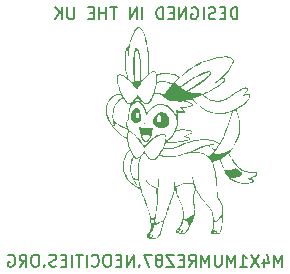
<source format=gbr>
%TF.GenerationSoftware,KiCad,Pcbnew,7.0.1*%
%TF.CreationDate,2023-07-22T00:41:28+01:00*%
%TF.ProjectId,pcb,7063622e-6b69-4636-9164-5f7063625858,rev?*%
%TF.SameCoordinates,Original*%
%TF.FileFunction,Legend,Bot*%
%TF.FilePolarity,Positive*%
%FSLAX46Y46*%
G04 Gerber Fmt 4.6, Leading zero omitted, Abs format (unit mm)*
G04 Created by KiCad (PCBNEW 7.0.1) date 2023-07-22 00:41:28*
%MOMM*%
%LPD*%
G01*
G04 APERTURE LIST*
%ADD10C,0.200000*%
%ADD11C,0.150000*%
G04 APERTURE END LIST*
D10*
X148986904Y-98937619D02*
X148986904Y-97937619D01*
X148986904Y-97937619D02*
X148748809Y-97937619D01*
X148748809Y-97937619D02*
X148605952Y-97985238D01*
X148605952Y-97985238D02*
X148510714Y-98080476D01*
X148510714Y-98080476D02*
X148463095Y-98175714D01*
X148463095Y-98175714D02*
X148415476Y-98366190D01*
X148415476Y-98366190D02*
X148415476Y-98509047D01*
X148415476Y-98509047D02*
X148463095Y-98699523D01*
X148463095Y-98699523D02*
X148510714Y-98794761D01*
X148510714Y-98794761D02*
X148605952Y-98890000D01*
X148605952Y-98890000D02*
X148748809Y-98937619D01*
X148748809Y-98937619D02*
X148986904Y-98937619D01*
X147986904Y-98413809D02*
X147653571Y-98413809D01*
X147510714Y-98937619D02*
X147986904Y-98937619D01*
X147986904Y-98937619D02*
X147986904Y-97937619D01*
X147986904Y-97937619D02*
X147510714Y-97937619D01*
X147129761Y-98890000D02*
X146986904Y-98937619D01*
X146986904Y-98937619D02*
X146748809Y-98937619D01*
X146748809Y-98937619D02*
X146653571Y-98890000D01*
X146653571Y-98890000D02*
X146605952Y-98842380D01*
X146605952Y-98842380D02*
X146558333Y-98747142D01*
X146558333Y-98747142D02*
X146558333Y-98651904D01*
X146558333Y-98651904D02*
X146605952Y-98556666D01*
X146605952Y-98556666D02*
X146653571Y-98509047D01*
X146653571Y-98509047D02*
X146748809Y-98461428D01*
X146748809Y-98461428D02*
X146939285Y-98413809D01*
X146939285Y-98413809D02*
X147034523Y-98366190D01*
X147034523Y-98366190D02*
X147082142Y-98318571D01*
X147082142Y-98318571D02*
X147129761Y-98223333D01*
X147129761Y-98223333D02*
X147129761Y-98128095D01*
X147129761Y-98128095D02*
X147082142Y-98032857D01*
X147082142Y-98032857D02*
X147034523Y-97985238D01*
X147034523Y-97985238D02*
X146939285Y-97937619D01*
X146939285Y-97937619D02*
X146701190Y-97937619D01*
X146701190Y-97937619D02*
X146558333Y-97985238D01*
X146129761Y-98937619D02*
X146129761Y-97937619D01*
X145129762Y-97985238D02*
X145225000Y-97937619D01*
X145225000Y-97937619D02*
X145367857Y-97937619D01*
X145367857Y-97937619D02*
X145510714Y-97985238D01*
X145510714Y-97985238D02*
X145605952Y-98080476D01*
X145605952Y-98080476D02*
X145653571Y-98175714D01*
X145653571Y-98175714D02*
X145701190Y-98366190D01*
X145701190Y-98366190D02*
X145701190Y-98509047D01*
X145701190Y-98509047D02*
X145653571Y-98699523D01*
X145653571Y-98699523D02*
X145605952Y-98794761D01*
X145605952Y-98794761D02*
X145510714Y-98890000D01*
X145510714Y-98890000D02*
X145367857Y-98937619D01*
X145367857Y-98937619D02*
X145272619Y-98937619D01*
X145272619Y-98937619D02*
X145129762Y-98890000D01*
X145129762Y-98890000D02*
X145082143Y-98842380D01*
X145082143Y-98842380D02*
X145082143Y-98509047D01*
X145082143Y-98509047D02*
X145272619Y-98509047D01*
X144653571Y-98937619D02*
X144653571Y-97937619D01*
X144653571Y-97937619D02*
X144082143Y-98937619D01*
X144082143Y-98937619D02*
X144082143Y-97937619D01*
X143605952Y-98413809D02*
X143272619Y-98413809D01*
X143129762Y-98937619D02*
X143605952Y-98937619D01*
X143605952Y-98937619D02*
X143605952Y-97937619D01*
X143605952Y-97937619D02*
X143129762Y-97937619D01*
X142701190Y-98937619D02*
X142701190Y-97937619D01*
X142701190Y-97937619D02*
X142463095Y-97937619D01*
X142463095Y-97937619D02*
X142320238Y-97985238D01*
X142320238Y-97985238D02*
X142225000Y-98080476D01*
X142225000Y-98080476D02*
X142177381Y-98175714D01*
X142177381Y-98175714D02*
X142129762Y-98366190D01*
X142129762Y-98366190D02*
X142129762Y-98509047D01*
X142129762Y-98509047D02*
X142177381Y-98699523D01*
X142177381Y-98699523D02*
X142225000Y-98794761D01*
X142225000Y-98794761D02*
X142320238Y-98890000D01*
X142320238Y-98890000D02*
X142463095Y-98937619D01*
X142463095Y-98937619D02*
X142701190Y-98937619D01*
X140939285Y-98937619D02*
X140939285Y-97937619D01*
X140463095Y-98937619D02*
X140463095Y-97937619D01*
X140463095Y-97937619D02*
X139891667Y-98937619D01*
X139891667Y-98937619D02*
X139891667Y-97937619D01*
X138796428Y-97937619D02*
X138225000Y-97937619D01*
X138510714Y-98937619D02*
X138510714Y-97937619D01*
X137891666Y-98937619D02*
X137891666Y-97937619D01*
X137891666Y-98413809D02*
X137320238Y-98413809D01*
X137320238Y-98937619D02*
X137320238Y-97937619D01*
X136844047Y-98413809D02*
X136510714Y-98413809D01*
X136367857Y-98937619D02*
X136844047Y-98937619D01*
X136844047Y-98937619D02*
X136844047Y-97937619D01*
X136844047Y-97937619D02*
X136367857Y-97937619D01*
X135177380Y-97937619D02*
X135177380Y-98747142D01*
X135177380Y-98747142D02*
X135129761Y-98842380D01*
X135129761Y-98842380D02*
X135082142Y-98890000D01*
X135082142Y-98890000D02*
X134986904Y-98937619D01*
X134986904Y-98937619D02*
X134796428Y-98937619D01*
X134796428Y-98937619D02*
X134701190Y-98890000D01*
X134701190Y-98890000D02*
X134653571Y-98842380D01*
X134653571Y-98842380D02*
X134605952Y-98747142D01*
X134605952Y-98747142D02*
X134605952Y-97937619D01*
X134129761Y-98937619D02*
X134129761Y-97937619D01*
X133558333Y-98937619D02*
X133986904Y-98366190D01*
X133558333Y-97937619D02*
X134129761Y-98509047D01*
D11*
X152796904Y-119892619D02*
X152796904Y-118892619D01*
X152796904Y-118892619D02*
X152463571Y-119606904D01*
X152463571Y-119606904D02*
X152130238Y-118892619D01*
X152130238Y-118892619D02*
X152130238Y-119892619D01*
X151225476Y-119225952D02*
X151225476Y-119892619D01*
X151463571Y-118845000D02*
X151701666Y-119559285D01*
X151701666Y-119559285D02*
X151082619Y-119559285D01*
X150796904Y-118892619D02*
X150130238Y-119892619D01*
X150130238Y-118892619D02*
X150796904Y-119892619D01*
X149225476Y-119892619D02*
X149796904Y-119892619D01*
X149511190Y-119892619D02*
X149511190Y-118892619D01*
X149511190Y-118892619D02*
X149606428Y-119035476D01*
X149606428Y-119035476D02*
X149701666Y-119130714D01*
X149701666Y-119130714D02*
X149796904Y-119178333D01*
X148796904Y-119892619D02*
X148796904Y-118892619D01*
X148796904Y-118892619D02*
X148463571Y-119606904D01*
X148463571Y-119606904D02*
X148130238Y-118892619D01*
X148130238Y-118892619D02*
X148130238Y-119892619D01*
X147654047Y-118892619D02*
X147654047Y-119702142D01*
X147654047Y-119702142D02*
X147606428Y-119797380D01*
X147606428Y-119797380D02*
X147558809Y-119845000D01*
X147558809Y-119845000D02*
X147463571Y-119892619D01*
X147463571Y-119892619D02*
X147273095Y-119892619D01*
X147273095Y-119892619D02*
X147177857Y-119845000D01*
X147177857Y-119845000D02*
X147130238Y-119797380D01*
X147130238Y-119797380D02*
X147082619Y-119702142D01*
X147082619Y-119702142D02*
X147082619Y-118892619D01*
X146606428Y-119892619D02*
X146606428Y-118892619D01*
X146606428Y-118892619D02*
X146273095Y-119606904D01*
X146273095Y-119606904D02*
X145939762Y-118892619D01*
X145939762Y-118892619D02*
X145939762Y-119892619D01*
X144892143Y-119892619D02*
X145225476Y-119416428D01*
X145463571Y-119892619D02*
X145463571Y-118892619D01*
X145463571Y-118892619D02*
X145082619Y-118892619D01*
X145082619Y-118892619D02*
X144987381Y-118940238D01*
X144987381Y-118940238D02*
X144939762Y-118987857D01*
X144939762Y-118987857D02*
X144892143Y-119083095D01*
X144892143Y-119083095D02*
X144892143Y-119225952D01*
X144892143Y-119225952D02*
X144939762Y-119321190D01*
X144939762Y-119321190D02*
X144987381Y-119368809D01*
X144987381Y-119368809D02*
X145082619Y-119416428D01*
X145082619Y-119416428D02*
X145463571Y-119416428D01*
X144463571Y-119368809D02*
X144130238Y-119368809D01*
X143987381Y-119892619D02*
X144463571Y-119892619D01*
X144463571Y-119892619D02*
X144463571Y-118892619D01*
X144463571Y-118892619D02*
X143987381Y-118892619D01*
X143654047Y-118892619D02*
X142987381Y-118892619D01*
X142987381Y-118892619D02*
X143654047Y-119892619D01*
X143654047Y-119892619D02*
X142987381Y-119892619D01*
X142463571Y-119321190D02*
X142558809Y-119273571D01*
X142558809Y-119273571D02*
X142606428Y-119225952D01*
X142606428Y-119225952D02*
X142654047Y-119130714D01*
X142654047Y-119130714D02*
X142654047Y-119083095D01*
X142654047Y-119083095D02*
X142606428Y-118987857D01*
X142606428Y-118987857D02*
X142558809Y-118940238D01*
X142558809Y-118940238D02*
X142463571Y-118892619D01*
X142463571Y-118892619D02*
X142273095Y-118892619D01*
X142273095Y-118892619D02*
X142177857Y-118940238D01*
X142177857Y-118940238D02*
X142130238Y-118987857D01*
X142130238Y-118987857D02*
X142082619Y-119083095D01*
X142082619Y-119083095D02*
X142082619Y-119130714D01*
X142082619Y-119130714D02*
X142130238Y-119225952D01*
X142130238Y-119225952D02*
X142177857Y-119273571D01*
X142177857Y-119273571D02*
X142273095Y-119321190D01*
X142273095Y-119321190D02*
X142463571Y-119321190D01*
X142463571Y-119321190D02*
X142558809Y-119368809D01*
X142558809Y-119368809D02*
X142606428Y-119416428D01*
X142606428Y-119416428D02*
X142654047Y-119511666D01*
X142654047Y-119511666D02*
X142654047Y-119702142D01*
X142654047Y-119702142D02*
X142606428Y-119797380D01*
X142606428Y-119797380D02*
X142558809Y-119845000D01*
X142558809Y-119845000D02*
X142463571Y-119892619D01*
X142463571Y-119892619D02*
X142273095Y-119892619D01*
X142273095Y-119892619D02*
X142177857Y-119845000D01*
X142177857Y-119845000D02*
X142130238Y-119797380D01*
X142130238Y-119797380D02*
X142082619Y-119702142D01*
X142082619Y-119702142D02*
X142082619Y-119511666D01*
X142082619Y-119511666D02*
X142130238Y-119416428D01*
X142130238Y-119416428D02*
X142177857Y-119368809D01*
X142177857Y-119368809D02*
X142273095Y-119321190D01*
X141749285Y-118892619D02*
X141082619Y-118892619D01*
X141082619Y-118892619D02*
X141511190Y-119892619D01*
X140701666Y-119797380D02*
X140654047Y-119845000D01*
X140654047Y-119845000D02*
X140701666Y-119892619D01*
X140701666Y-119892619D02*
X140749285Y-119845000D01*
X140749285Y-119845000D02*
X140701666Y-119797380D01*
X140701666Y-119797380D02*
X140701666Y-119892619D01*
X140225476Y-119892619D02*
X140225476Y-118892619D01*
X140225476Y-118892619D02*
X139654048Y-119892619D01*
X139654048Y-119892619D02*
X139654048Y-118892619D01*
X139177857Y-119368809D02*
X138844524Y-119368809D01*
X138701667Y-119892619D02*
X139177857Y-119892619D01*
X139177857Y-119892619D02*
X139177857Y-118892619D01*
X139177857Y-118892619D02*
X138701667Y-118892619D01*
X138082619Y-118892619D02*
X137892143Y-118892619D01*
X137892143Y-118892619D02*
X137796905Y-118940238D01*
X137796905Y-118940238D02*
X137701667Y-119035476D01*
X137701667Y-119035476D02*
X137654048Y-119225952D01*
X137654048Y-119225952D02*
X137654048Y-119559285D01*
X137654048Y-119559285D02*
X137701667Y-119749761D01*
X137701667Y-119749761D02*
X137796905Y-119845000D01*
X137796905Y-119845000D02*
X137892143Y-119892619D01*
X137892143Y-119892619D02*
X138082619Y-119892619D01*
X138082619Y-119892619D02*
X138177857Y-119845000D01*
X138177857Y-119845000D02*
X138273095Y-119749761D01*
X138273095Y-119749761D02*
X138320714Y-119559285D01*
X138320714Y-119559285D02*
X138320714Y-119225952D01*
X138320714Y-119225952D02*
X138273095Y-119035476D01*
X138273095Y-119035476D02*
X138177857Y-118940238D01*
X138177857Y-118940238D02*
X138082619Y-118892619D01*
X136654048Y-119797380D02*
X136701667Y-119845000D01*
X136701667Y-119845000D02*
X136844524Y-119892619D01*
X136844524Y-119892619D02*
X136939762Y-119892619D01*
X136939762Y-119892619D02*
X137082619Y-119845000D01*
X137082619Y-119845000D02*
X137177857Y-119749761D01*
X137177857Y-119749761D02*
X137225476Y-119654523D01*
X137225476Y-119654523D02*
X137273095Y-119464047D01*
X137273095Y-119464047D02*
X137273095Y-119321190D01*
X137273095Y-119321190D02*
X137225476Y-119130714D01*
X137225476Y-119130714D02*
X137177857Y-119035476D01*
X137177857Y-119035476D02*
X137082619Y-118940238D01*
X137082619Y-118940238D02*
X136939762Y-118892619D01*
X136939762Y-118892619D02*
X136844524Y-118892619D01*
X136844524Y-118892619D02*
X136701667Y-118940238D01*
X136701667Y-118940238D02*
X136654048Y-118987857D01*
X136225476Y-119892619D02*
X136225476Y-118892619D01*
X135892143Y-118892619D02*
X135320715Y-118892619D01*
X135606429Y-119892619D02*
X135606429Y-118892619D01*
X134987381Y-119892619D02*
X134987381Y-118892619D01*
X134511191Y-119368809D02*
X134177858Y-119368809D01*
X134035001Y-119892619D02*
X134511191Y-119892619D01*
X134511191Y-119892619D02*
X134511191Y-118892619D01*
X134511191Y-118892619D02*
X134035001Y-118892619D01*
X133654048Y-119845000D02*
X133511191Y-119892619D01*
X133511191Y-119892619D02*
X133273096Y-119892619D01*
X133273096Y-119892619D02*
X133177858Y-119845000D01*
X133177858Y-119845000D02*
X133130239Y-119797380D01*
X133130239Y-119797380D02*
X133082620Y-119702142D01*
X133082620Y-119702142D02*
X133082620Y-119606904D01*
X133082620Y-119606904D02*
X133130239Y-119511666D01*
X133130239Y-119511666D02*
X133177858Y-119464047D01*
X133177858Y-119464047D02*
X133273096Y-119416428D01*
X133273096Y-119416428D02*
X133463572Y-119368809D01*
X133463572Y-119368809D02*
X133558810Y-119321190D01*
X133558810Y-119321190D02*
X133606429Y-119273571D01*
X133606429Y-119273571D02*
X133654048Y-119178333D01*
X133654048Y-119178333D02*
X133654048Y-119083095D01*
X133654048Y-119083095D02*
X133606429Y-118987857D01*
X133606429Y-118987857D02*
X133558810Y-118940238D01*
X133558810Y-118940238D02*
X133463572Y-118892619D01*
X133463572Y-118892619D02*
X133225477Y-118892619D01*
X133225477Y-118892619D02*
X133082620Y-118940238D01*
X132654048Y-119797380D02*
X132606429Y-119845000D01*
X132606429Y-119845000D02*
X132654048Y-119892619D01*
X132654048Y-119892619D02*
X132701667Y-119845000D01*
X132701667Y-119845000D02*
X132654048Y-119797380D01*
X132654048Y-119797380D02*
X132654048Y-119892619D01*
X131987382Y-118892619D02*
X131796906Y-118892619D01*
X131796906Y-118892619D02*
X131701668Y-118940238D01*
X131701668Y-118940238D02*
X131606430Y-119035476D01*
X131606430Y-119035476D02*
X131558811Y-119225952D01*
X131558811Y-119225952D02*
X131558811Y-119559285D01*
X131558811Y-119559285D02*
X131606430Y-119749761D01*
X131606430Y-119749761D02*
X131701668Y-119845000D01*
X131701668Y-119845000D02*
X131796906Y-119892619D01*
X131796906Y-119892619D02*
X131987382Y-119892619D01*
X131987382Y-119892619D02*
X132082620Y-119845000D01*
X132082620Y-119845000D02*
X132177858Y-119749761D01*
X132177858Y-119749761D02*
X132225477Y-119559285D01*
X132225477Y-119559285D02*
X132225477Y-119225952D01*
X132225477Y-119225952D02*
X132177858Y-119035476D01*
X132177858Y-119035476D02*
X132082620Y-118940238D01*
X132082620Y-118940238D02*
X131987382Y-118892619D01*
X130558811Y-119892619D02*
X130892144Y-119416428D01*
X131130239Y-119892619D02*
X131130239Y-118892619D01*
X131130239Y-118892619D02*
X130749287Y-118892619D01*
X130749287Y-118892619D02*
X130654049Y-118940238D01*
X130654049Y-118940238D02*
X130606430Y-118987857D01*
X130606430Y-118987857D02*
X130558811Y-119083095D01*
X130558811Y-119083095D02*
X130558811Y-119225952D01*
X130558811Y-119225952D02*
X130606430Y-119321190D01*
X130606430Y-119321190D02*
X130654049Y-119368809D01*
X130654049Y-119368809D02*
X130749287Y-119416428D01*
X130749287Y-119416428D02*
X131130239Y-119416428D01*
X129606430Y-118940238D02*
X129701668Y-118892619D01*
X129701668Y-118892619D02*
X129844525Y-118892619D01*
X129844525Y-118892619D02*
X129987382Y-118940238D01*
X129987382Y-118940238D02*
X130082620Y-119035476D01*
X130082620Y-119035476D02*
X130130239Y-119130714D01*
X130130239Y-119130714D02*
X130177858Y-119321190D01*
X130177858Y-119321190D02*
X130177858Y-119464047D01*
X130177858Y-119464047D02*
X130130239Y-119654523D01*
X130130239Y-119654523D02*
X130082620Y-119749761D01*
X130082620Y-119749761D02*
X129987382Y-119845000D01*
X129987382Y-119845000D02*
X129844525Y-119892619D01*
X129844525Y-119892619D02*
X129749287Y-119892619D01*
X129749287Y-119892619D02*
X129606430Y-119845000D01*
X129606430Y-119845000D02*
X129558811Y-119797380D01*
X129558811Y-119797380D02*
X129558811Y-119464047D01*
X129558811Y-119464047D02*
X129749287Y-119464047D01*
%TO.C,G\u002A\u002A\u002A*%
G36*
X141153424Y-107733745D02*
G01*
X141169000Y-107759405D01*
X141156822Y-107778030D01*
X141113258Y-107786025D01*
X141101351Y-107785370D01*
X141065829Y-107771506D01*
X141055654Y-107746823D01*
X141076262Y-107720889D01*
X141082443Y-107717911D01*
X141118613Y-107717438D01*
X141153424Y-107733745D01*
G37*
G36*
X143211670Y-107467653D02*
G01*
X143216788Y-107489555D01*
X143231150Y-107677564D01*
X143231473Y-107819944D01*
X143120979Y-107932167D01*
X143091145Y-107961586D01*
X142985813Y-108049053D01*
X142878313Y-108109676D01*
X142757662Y-108150041D01*
X142683379Y-108164324D01*
X142525187Y-108169235D01*
X142369763Y-108142071D01*
X142222927Y-108085424D01*
X142090501Y-108001886D01*
X141978303Y-107894050D01*
X141892156Y-107764509D01*
X141875589Y-107729284D01*
X141862019Y-107684883D01*
X141859081Y-107636101D01*
X141866464Y-107572439D01*
X141883858Y-107483401D01*
X141888319Y-107464365D01*
X142192681Y-107464365D01*
X142205158Y-107556521D01*
X142234705Y-107628217D01*
X142281056Y-107673044D01*
X142282367Y-107673740D01*
X142354880Y-107694479D01*
X142423556Y-107678255D01*
X142488399Y-107625067D01*
X142495367Y-107617115D01*
X142520941Y-107585671D01*
X142536073Y-107556914D01*
X142542955Y-107520893D01*
X142543776Y-107467653D01*
X142540725Y-107387243D01*
X142540106Y-107373607D01*
X142534283Y-107289399D01*
X142524417Y-107228629D01*
X142507731Y-107179194D01*
X142481447Y-107128991D01*
X142459263Y-107093992D01*
X142426311Y-107051048D01*
X142401921Y-107029892D01*
X142387290Y-107026576D01*
X142340526Y-107038135D01*
X142294534Y-107075915D01*
X142258627Y-107133198D01*
X142220005Y-107244312D01*
X142197542Y-107358159D01*
X142192681Y-107464365D01*
X141888319Y-107464365D01*
X141893523Y-107442155D01*
X141946470Y-107289367D01*
X142020668Y-107152334D01*
X142112367Y-107033603D01*
X142217817Y-106935717D01*
X142333267Y-106861222D01*
X142454968Y-106812664D01*
X142579168Y-106792586D01*
X142702118Y-106803535D01*
X142820066Y-106848055D01*
X142915458Y-106912259D01*
X143023220Y-107021992D01*
X143110746Y-107157579D01*
X143175961Y-107314830D01*
X143211670Y-107467653D01*
G37*
G36*
X140823674Y-107131647D02*
G01*
X140828721Y-107214201D01*
X140840241Y-107450643D01*
X140788358Y-107525511D01*
X140755499Y-107566830D01*
X140664887Y-107643861D01*
X140560217Y-107693200D01*
X140535539Y-107698717D01*
X140474595Y-107706405D01*
X140406189Y-107710104D01*
X140330114Y-107705426D01*
X140218207Y-107671647D01*
X140120653Y-107604438D01*
X140035412Y-107502656D01*
X140008414Y-107461779D01*
X139980918Y-107414217D01*
X139968010Y-107373930D01*
X139965907Y-107326573D01*
X139970824Y-107257803D01*
X139983774Y-107138688D01*
X140398958Y-107138688D01*
X140408000Y-107227261D01*
X140432423Y-107298908D01*
X140470355Y-107344445D01*
X140491334Y-107353300D01*
X140542454Y-107356912D01*
X140587629Y-107343794D01*
X140588475Y-107343238D01*
X140615162Y-107309981D01*
X140640642Y-107254285D01*
X140659669Y-107190168D01*
X140666999Y-107131647D01*
X140666808Y-107122701D01*
X140659984Y-107059194D01*
X140645233Y-106985372D01*
X140625051Y-106909035D01*
X140601934Y-106837985D01*
X140578378Y-106780020D01*
X140556879Y-106742942D01*
X140539933Y-106734550D01*
X140531965Y-106741861D01*
X140507018Y-106780171D01*
X140477627Y-106839344D01*
X140448308Y-106908994D01*
X140423574Y-106978737D01*
X140407939Y-107038188D01*
X140407169Y-107042373D01*
X140398958Y-107138688D01*
X139983774Y-107138688D01*
X139986246Y-107115952D01*
X140019501Y-106933106D01*
X140066097Y-106780248D01*
X140127083Y-106654200D01*
X140203504Y-106551784D01*
X140235508Y-106520002D01*
X140325321Y-106458611D01*
X140416866Y-106432723D01*
X140506607Y-106441552D01*
X140591010Y-106484316D01*
X140666539Y-106560230D01*
X140729659Y-106668510D01*
X140739912Y-106692001D01*
X140769475Y-106771192D01*
X140791655Y-106854838D01*
X140807933Y-106951108D01*
X140819794Y-107068173D01*
X140823674Y-107131647D01*
G37*
G36*
X141835272Y-108243065D02*
G01*
X141823639Y-108258730D01*
X141817227Y-108289709D01*
X141810911Y-108320224D01*
X141804305Y-108370617D01*
X141784270Y-108496447D01*
X141759648Y-108624559D01*
X141732572Y-108745145D01*
X141705173Y-108848397D01*
X141700667Y-108861798D01*
X141679583Y-108924505D01*
X141623220Y-109042279D01*
X141551030Y-109154402D01*
X141471175Y-109247144D01*
X141388603Y-109314811D01*
X141308263Y-109351711D01*
X141276118Y-109358054D01*
X141204096Y-109356077D01*
X141137714Y-109327571D01*
X141073849Y-109270037D01*
X141009381Y-109180975D01*
X140941187Y-109057886D01*
X140913915Y-108997877D01*
X140872444Y-108889337D01*
X140862420Y-108859175D01*
X140960959Y-108859175D01*
X140979081Y-108915753D01*
X141017035Y-108997904D01*
X141030022Y-109023818D01*
X141072674Y-109100445D01*
X141115576Y-109167242D01*
X141151148Y-109212104D01*
X141194802Y-109251157D01*
X141236432Y-109268639D01*
X141282884Y-109260381D01*
X141345977Y-109227307D01*
X141372217Y-109209569D01*
X141448166Y-109137431D01*
X141518758Y-109041672D01*
X141576342Y-108932097D01*
X141590330Y-108898605D01*
X141601805Y-108861798D01*
X141598344Y-108839492D01*
X141580379Y-108819614D01*
X141523632Y-108782130D01*
X141429071Y-108749635D01*
X141317622Y-108734648D01*
X141198695Y-108738263D01*
X141081695Y-108761577D01*
X141044683Y-108773032D01*
X140991849Y-108794798D01*
X140964578Y-108821184D01*
X140960959Y-108859175D01*
X140862420Y-108859175D01*
X140829552Y-108760272D01*
X140788125Y-108620049D01*
X140751046Y-108478034D01*
X140721200Y-108343592D01*
X140699833Y-108243648D01*
X140693150Y-108219123D01*
X140834545Y-108219123D01*
X140838504Y-108238071D01*
X140857771Y-108275180D01*
X140868001Y-108288422D01*
X140884094Y-108295925D01*
X140894127Y-108283062D01*
X141560504Y-108283062D01*
X141563845Y-108297671D01*
X141576167Y-108333745D01*
X141584743Y-108353900D01*
X141595149Y-108358122D01*
X141612022Y-108330321D01*
X141612882Y-108328712D01*
X141630639Y-108289709D01*
X141625886Y-108272797D01*
X141596360Y-108269126D01*
X141574936Y-108271759D01*
X141560504Y-108283062D01*
X140894127Y-108283062D01*
X140902892Y-108271825D01*
X140915069Y-108243065D01*
X140903821Y-108215768D01*
X140877054Y-108198554D01*
X140847530Y-108198015D01*
X140834545Y-108219123D01*
X140693150Y-108219123D01*
X140680095Y-108171214D01*
X140660957Y-108124776D01*
X140640589Y-108098776D01*
X140620260Y-108081172D01*
X140614030Y-108066145D01*
X140635461Y-108054586D01*
X140654481Y-108052546D01*
X140706317Y-108062944D01*
X140774818Y-108088653D01*
X140785303Y-108093249D01*
X140883811Y-108131601D01*
X140982539Y-108159731D01*
X141088800Y-108178622D01*
X141209905Y-108189259D01*
X141353167Y-108192624D01*
X141525898Y-108189703D01*
X141556440Y-108188797D01*
X141672966Y-108185845D01*
X141757990Y-108184913D01*
X141816113Y-108186210D01*
X141851934Y-108189944D01*
X141870054Y-108196324D01*
X141875072Y-108205559D01*
X141872249Y-108217334D01*
X141848339Y-108231965D01*
X141842787Y-108232946D01*
X141835272Y-108243065D01*
G37*
G36*
X148684778Y-102489304D02*
G01*
X148680664Y-102545935D01*
X148645020Y-102672295D01*
X148582966Y-102814145D01*
X148495851Y-102969152D01*
X148385023Y-103134982D01*
X148251831Y-103309302D01*
X148097623Y-103489778D01*
X147923748Y-103674078D01*
X147663002Y-103937917D01*
X147775907Y-103927178D01*
X147777006Y-103927074D01*
X147840129Y-103922371D01*
X147878536Y-103925470D01*
X147904227Y-103939548D01*
X147929199Y-103967783D01*
X147931299Y-103970507D01*
X147958388Y-104017150D01*
X147969516Y-104058428D01*
X147959442Y-104105351D01*
X147918535Y-104177802D01*
X147848798Y-104261932D01*
X147753058Y-104355685D01*
X147634141Y-104457010D01*
X147494873Y-104563852D01*
X147338083Y-104674157D01*
X147166595Y-104785873D01*
X146983238Y-104896945D01*
X146790838Y-105005320D01*
X146592221Y-105108944D01*
X146390215Y-105205764D01*
X146380620Y-105210155D01*
X146300268Y-105247114D01*
X146233650Y-105278084D01*
X146187463Y-105299931D01*
X146168404Y-105309523D01*
X146167621Y-105310786D01*
X146178362Y-105330448D01*
X146210663Y-105367136D01*
X146258577Y-105415096D01*
X146316159Y-105468572D01*
X146377463Y-105521812D01*
X146436543Y-105569058D01*
X146607314Y-105679829D01*
X146803907Y-105770173D01*
X147009601Y-105830385D01*
X147218850Y-105859302D01*
X147426111Y-105855760D01*
X147625840Y-105818597D01*
X147684138Y-105801310D01*
X147766748Y-105772916D01*
X147850785Y-105738624D01*
X147939807Y-105696411D01*
X148037371Y-105644254D01*
X148147036Y-105580131D01*
X148272358Y-105502017D01*
X148416897Y-105407890D01*
X148584209Y-105295726D01*
X148777852Y-105163503D01*
X148828793Y-105128705D01*
X149013127Y-105007023D01*
X149173626Y-104908842D01*
X149313100Y-104832848D01*
X149434360Y-104777726D01*
X149540215Y-104742164D01*
X149633476Y-104724846D01*
X149716954Y-104724460D01*
X149782537Y-104734610D01*
X149832576Y-104757064D01*
X149857847Y-104796297D01*
X149864831Y-104858170D01*
X149857769Y-104917947D01*
X149822096Y-105018498D01*
X149759212Y-105126272D01*
X149672363Y-105234916D01*
X149636657Y-105274203D01*
X149605489Y-105310618D01*
X149595858Y-105328176D01*
X149605605Y-105331853D01*
X149632570Y-105326625D01*
X149641798Y-105324746D01*
X149694315Y-105317144D01*
X149767487Y-105309269D01*
X149848457Y-105302556D01*
X149899407Y-105299227D01*
X149960628Y-105297291D01*
X149999658Y-105301050D01*
X150025760Y-105311820D01*
X150048201Y-105330916D01*
X150056253Y-105339759D01*
X150084448Y-105401779D01*
X150083947Y-105440449D01*
X150083414Y-105481668D01*
X150054431Y-105576857D01*
X149998782Y-105684778D01*
X149917748Y-105802863D01*
X149812612Y-105928544D01*
X149684655Y-106059253D01*
X149648970Y-106092739D01*
X149534880Y-106192220D01*
X149414978Y-106284052D01*
X149279654Y-106375266D01*
X149119296Y-106472894D01*
X148940477Y-106577679D01*
X149004835Y-106739778D01*
X149085693Y-106969787D01*
X149168474Y-107298488D01*
X149218531Y-107640037D01*
X149227779Y-107835314D01*
X149235124Y-107990414D01*
X149224082Y-108253942D01*
X149177976Y-108591736D01*
X149096904Y-108920882D01*
X148981869Y-109238708D01*
X148833877Y-109542542D01*
X148653930Y-109829713D01*
X148443035Y-110097549D01*
X148297687Y-110262987D01*
X148361252Y-110382191D01*
X148396614Y-110447099D01*
X148498031Y-110621242D01*
X148609540Y-110798141D01*
X148726077Y-110970465D01*
X148842577Y-111130883D01*
X148953977Y-111272066D01*
X149055211Y-111386682D01*
X149102799Y-111435182D01*
X149233532Y-111553456D01*
X149366632Y-111649406D01*
X149507724Y-111725297D01*
X149662433Y-111783393D01*
X149836386Y-111825960D01*
X150035208Y-111855263D01*
X150264526Y-111873566D01*
X150362685Y-111879499D01*
X150484831Y-111889737D01*
X150575285Y-111902714D01*
X150637361Y-111919986D01*
X150674372Y-111943111D01*
X150689630Y-111973643D01*
X150687825Y-111996059D01*
X150686449Y-112013140D01*
X150668142Y-112063157D01*
X150644229Y-112107288D01*
X150573073Y-112195099D01*
X150476794Y-112278259D01*
X150363190Y-112350532D01*
X150240059Y-112405676D01*
X150200667Y-112420655D01*
X150159508Y-112439370D01*
X150143543Y-112451234D01*
X150145662Y-112454555D01*
X150171412Y-112468410D01*
X150217029Y-112484529D01*
X150231491Y-112489329D01*
X150292131Y-112518011D01*
X150347571Y-112555553D01*
X150388017Y-112594465D01*
X150403675Y-112627260D01*
X150391660Y-112656456D01*
X150361868Y-112692259D01*
X150323808Y-112723500D01*
X150217973Y-112782278D01*
X150085336Y-112828090D01*
X149931494Y-112860668D01*
X149762046Y-112879746D01*
X149582589Y-112885054D01*
X149398721Y-112876327D01*
X149216039Y-112853295D01*
X149040143Y-112815693D01*
X148876629Y-112763251D01*
X148867535Y-112759709D01*
X148663333Y-112660902D01*
X148471861Y-112529822D01*
X148292740Y-112365972D01*
X148125591Y-112168851D01*
X148045738Y-112050326D01*
X148601334Y-112050326D01*
X148610624Y-112059616D01*
X148619915Y-112050326D01*
X148610624Y-112041036D01*
X148601334Y-112050326D01*
X148045738Y-112050326D01*
X147970035Y-111937960D01*
X147825695Y-111672800D01*
X147692192Y-111372870D01*
X147569147Y-111037671D01*
X147568268Y-111035040D01*
X147540472Y-110952434D01*
X147517056Y-110883886D01*
X147500458Y-110836467D01*
X147493119Y-110817249D01*
X147488168Y-110817409D01*
X147456547Y-110827403D01*
X147402598Y-110847978D01*
X147334192Y-110876212D01*
X147321911Y-110881392D01*
X147228024Y-110918641D01*
X147128888Y-110954787D01*
X147044031Y-110982665D01*
X146982728Y-111002123D01*
X146939086Y-111020175D01*
X146920686Y-111036242D01*
X146921596Y-111053768D01*
X146930701Y-111076861D01*
X146950158Y-111129305D01*
X146976188Y-111201168D01*
X147005712Y-111284017D01*
X147045303Y-111406305D01*
X147102247Y-111622525D01*
X147153803Y-111869040D01*
X147199397Y-112141851D01*
X147238459Y-112436955D01*
X147270416Y-112750351D01*
X147294694Y-113078039D01*
X147310723Y-113416017D01*
X147311877Y-113448673D01*
X147319677Y-113624345D01*
X147329280Y-113767122D01*
X147341145Y-113880644D01*
X147355733Y-113968551D01*
X147373504Y-114034482D01*
X147394917Y-114082077D01*
X147402832Y-114094754D01*
X147438617Y-114146007D01*
X147487429Y-114210799D01*
X147541096Y-114278165D01*
X147601553Y-114354092D01*
X147651713Y-114424498D01*
X147691791Y-114493143D01*
X147722907Y-114564889D01*
X147746182Y-114644599D01*
X147762737Y-114737138D01*
X147773692Y-114847369D01*
X147780170Y-114980154D01*
X147783289Y-115140358D01*
X147784172Y-115332843D01*
X147783200Y-115469199D01*
X147782362Y-115586692D01*
X147779083Y-115703055D01*
X147773902Y-115886943D01*
X147758343Y-116152566D01*
X147735472Y-116384647D01*
X147705078Y-116584275D01*
X147666949Y-116752535D01*
X147620871Y-116890517D01*
X147566634Y-116999306D01*
X147504024Y-117079991D01*
X147432830Y-117133659D01*
X147424681Y-117137601D01*
X147356004Y-117154659D01*
X147251910Y-117161297D01*
X147112619Y-117157510D01*
X146938349Y-117143295D01*
X146875922Y-117130441D01*
X146809685Y-117092743D01*
X146772259Y-117035133D01*
X146767055Y-116985550D01*
X146843813Y-116985550D01*
X146852064Y-117012965D01*
X146858958Y-117026618D01*
X146883433Y-117054373D01*
X146902680Y-117048908D01*
X146910478Y-117010486D01*
X146913522Y-116980856D01*
X146933224Y-116922299D01*
X146965842Y-116866726D01*
X147005057Y-116822150D01*
X147044547Y-116796588D01*
X147077993Y-116798055D01*
X147080530Y-116799678D01*
X147095809Y-116819180D01*
X147082236Y-116848297D01*
X147061233Y-116879458D01*
X147020459Y-116957703D01*
X147010701Y-117016212D01*
X147031957Y-117054737D01*
X147084225Y-117073031D01*
X147110168Y-117074393D01*
X147129342Y-117062113D01*
X147133448Y-117023359D01*
X147134625Y-117009649D01*
X147152088Y-116959145D01*
X147183826Y-116908359D01*
X147221276Y-116869174D01*
X147255875Y-116853472D01*
X147264180Y-116854789D01*
X147280104Y-116875871D01*
X147276943Y-116913732D01*
X147254814Y-116956760D01*
X147233199Y-116995568D01*
X147231577Y-117042256D01*
X147262292Y-117075788D01*
X147289153Y-117087368D01*
X147333960Y-117089807D01*
X147382632Y-117066894D01*
X147443558Y-117015857D01*
X147483634Y-116968117D01*
X147536608Y-116870204D01*
X147583092Y-116740568D01*
X147622063Y-116582237D01*
X147652496Y-116398241D01*
X147655212Y-116376691D01*
X147664203Y-116293046D01*
X147673047Y-116194359D01*
X147681357Y-116087137D01*
X147688746Y-115977888D01*
X147694825Y-115873119D01*
X147699207Y-115779339D01*
X147701505Y-115703055D01*
X147701331Y-115650775D01*
X147698298Y-115629006D01*
X147697174Y-115628808D01*
X147677103Y-115642729D01*
X147636356Y-115679155D01*
X147578970Y-115734229D01*
X147508982Y-115804097D01*
X147430427Y-115884903D01*
X147174355Y-116151960D01*
X147126614Y-116117163D01*
X147125129Y-116116074D01*
X147092232Y-116087995D01*
X147078289Y-116068431D01*
X147077667Y-116065258D01*
X147059125Y-116054496D01*
X147054518Y-116059164D01*
X147047025Y-116093675D01*
X147042067Y-116157360D01*
X147040170Y-116244949D01*
X147038728Y-116344282D01*
X147030506Y-116482663D01*
X147014200Y-116593288D01*
X146988871Y-116681657D01*
X146953584Y-116753267D01*
X146939922Y-116775250D01*
X146891531Y-116855703D01*
X146861048Y-116913310D01*
X146845975Y-116954462D01*
X146843813Y-116985550D01*
X146767055Y-116985550D01*
X146764441Y-116960638D01*
X146787028Y-116872286D01*
X146840819Y-116773104D01*
X146871156Y-116727550D01*
X146901880Y-116680358D01*
X146919019Y-116652668D01*
X146931046Y-116612099D01*
X146940964Y-116541660D01*
X146948436Y-116448685D01*
X146953144Y-116340472D01*
X146954772Y-116224316D01*
X146953001Y-116107515D01*
X146947515Y-115997365D01*
X146942864Y-115937218D01*
X146915741Y-115697761D01*
X146876342Y-115488544D01*
X146823478Y-115305253D01*
X146755960Y-115143572D01*
X146672601Y-114999186D01*
X146641876Y-114956488D01*
X146584387Y-114883317D01*
X146512385Y-114796448D01*
X146432084Y-114703343D01*
X146349698Y-114611463D01*
X146215320Y-114461403D01*
X146029435Y-114238961D01*
X145863440Y-114019180D01*
X145710005Y-113792166D01*
X145561802Y-113548027D01*
X145471600Y-113392035D01*
X145445700Y-113455123D01*
X145439140Y-113471841D01*
X145408946Y-113565001D01*
X145378769Y-113680784D01*
X145351217Y-113807443D01*
X145328899Y-113933229D01*
X145314423Y-114046396D01*
X145309839Y-114105318D01*
X145309472Y-114307604D01*
X145333502Y-114493298D01*
X145381239Y-114656108D01*
X145398800Y-114702530D01*
X145415608Y-114759003D01*
X145425346Y-114817229D01*
X145429780Y-114888998D01*
X145430678Y-114986098D01*
X145430552Y-115002558D01*
X145413273Y-115230656D01*
X145367814Y-115477116D01*
X145295417Y-115738023D01*
X145197325Y-116009459D01*
X145074779Y-116287506D01*
X145002748Y-116426245D01*
X144929022Y-116568247D01*
X144863959Y-116682851D01*
X144784774Y-116815133D01*
X144716169Y-116918777D01*
X144655395Y-116996824D01*
X144599704Y-117052310D01*
X144546348Y-117088277D01*
X144492577Y-117107762D01*
X144435645Y-117113805D01*
X144369749Y-117114104D01*
X144260556Y-117113977D01*
X144180265Y-117112539D01*
X144123341Y-117109402D01*
X144084250Y-117104179D01*
X144057457Y-117096483D01*
X144037428Y-117085926D01*
X143989769Y-117066356D01*
X143932147Y-117057861D01*
X143888395Y-117051707D01*
X143830676Y-117016054D01*
X143807578Y-116987362D01*
X143779000Y-116917139D01*
X143781447Y-116893424D01*
X143863991Y-116893424D01*
X143876412Y-116944606D01*
X143887301Y-116959701D01*
X143918842Y-116979411D01*
X143947829Y-116963121D01*
X143971769Y-116911690D01*
X143972028Y-116910832D01*
X144005908Y-116842345D01*
X144058454Y-116782273D01*
X144119715Y-116739624D01*
X144179742Y-116723406D01*
X144192472Y-116723713D01*
X144225792Y-116733107D01*
X144234838Y-116760213D01*
X144227204Y-116785278D01*
X144190148Y-116808238D01*
X144175058Y-116813101D01*
X144120184Y-116848579D01*
X144079120Y-116900801D01*
X144062965Y-116956804D01*
X144069873Y-116996326D01*
X144102143Y-117028804D01*
X144160295Y-117034803D01*
X144186004Y-117028586D01*
X144206274Y-117005854D01*
X144218342Y-116956712D01*
X144244861Y-116887611D01*
X144299001Y-116827044D01*
X144369362Y-116791179D01*
X144371232Y-116790709D01*
X144405425Y-116792458D01*
X144416155Y-116814657D01*
X144403551Y-116849368D01*
X144367747Y-116888654D01*
X144324807Y-116932912D01*
X144310452Y-116977022D01*
X144331458Y-117016983D01*
X144346955Y-117027769D01*
X144398825Y-117038339D01*
X144462692Y-117030015D01*
X144525199Y-117003713D01*
X144527680Y-117002121D01*
X144565255Y-116967482D01*
X144614952Y-116908506D01*
X144671390Y-116832737D01*
X144729184Y-116747723D01*
X144782954Y-116661010D01*
X144827316Y-116580144D01*
X144844683Y-116538406D01*
X144864387Y-116426245D01*
X144853934Y-116300115D01*
X144813987Y-116164509D01*
X144745208Y-116023920D01*
X144719318Y-115981164D01*
X144698383Y-115956566D01*
X144678996Y-115954507D01*
X144652090Y-115969709D01*
X144640664Y-115976855D01*
X144588191Y-115996395D01*
X144542191Y-115984158D01*
X144493672Y-115938366D01*
X144443215Y-115877978D01*
X144422017Y-115961592D01*
X144406941Y-116017087D01*
X144352214Y-116180691D01*
X144284305Y-116342739D01*
X144208505Y-116491396D01*
X144130101Y-116614824D01*
X144103907Y-116646894D01*
X144040196Y-116709862D01*
X143974245Y-116760863D01*
X143943277Y-116782477D01*
X143886753Y-116838492D01*
X143863991Y-116893424D01*
X143781447Y-116893424D01*
X143786407Y-116845368D01*
X143829210Y-116774451D01*
X143906815Y-116706791D01*
X143930635Y-116689815D01*
X144006460Y-116624989D01*
X144072785Y-116547398D01*
X144135586Y-116449232D01*
X144200840Y-116322683D01*
X144265154Y-116177810D01*
X144313581Y-116040396D01*
X144346616Y-115903260D01*
X144367197Y-115754117D01*
X144378261Y-115580684D01*
X144381768Y-115439524D01*
X144379266Y-115295533D01*
X144368241Y-115163812D01*
X144347081Y-115036916D01*
X144314174Y-114907400D01*
X144267909Y-114767818D01*
X144206672Y-114610724D01*
X144128852Y-114428673D01*
X144114061Y-114394976D01*
X144032066Y-114204820D01*
X143964921Y-114041698D01*
X143910944Y-113900347D01*
X143868455Y-113775507D01*
X143835774Y-113661916D01*
X143811219Y-113554313D01*
X143793109Y-113447438D01*
X143779764Y-113336030D01*
X143777215Y-113312916D01*
X143765622Y-113248226D01*
X143751603Y-113220308D01*
X143735910Y-113228975D01*
X143719292Y-113274038D01*
X143702500Y-113355312D01*
X143686536Y-113438673D01*
X143655033Y-113574401D01*
X143616542Y-113718720D01*
X143575153Y-113856562D01*
X143534953Y-113972859D01*
X143533750Y-113976037D01*
X143517045Y-114021473D01*
X143489555Y-114097548D01*
X143452686Y-114200322D01*
X143407843Y-114325857D01*
X143356432Y-114470212D01*
X143299856Y-114629449D01*
X143239522Y-114799627D01*
X143176836Y-114976807D01*
X143166829Y-115005130D01*
X143078415Y-115256518D01*
X143001305Y-115478302D01*
X142933992Y-115675208D01*
X142874972Y-115851962D01*
X142822738Y-116013291D01*
X142815686Y-116035915D01*
X142775785Y-116163918D01*
X142732608Y-116308571D01*
X142691701Y-116451976D01*
X142651558Y-116598857D01*
X142610674Y-116753942D01*
X142589677Y-116831840D01*
X142557259Y-116942957D01*
X142525045Y-117044042D01*
X142495847Y-117126391D01*
X142472481Y-117181301D01*
X142445897Y-117228288D01*
X142358397Y-117342813D01*
X142251336Y-117440767D01*
X142135204Y-117511867D01*
X142123252Y-117517266D01*
X142061660Y-117539878D01*
X141996165Y-117553248D01*
X141918612Y-117557966D01*
X141820849Y-117554624D01*
X141694719Y-117543814D01*
X141623000Y-117534152D01*
X141559569Y-117516801D01*
X141518202Y-117491356D01*
X141477695Y-117461731D01*
X141429132Y-117438706D01*
X141421384Y-117436337D01*
X141360207Y-117405337D01*
X141327433Y-117356563D01*
X141317769Y-117282596D01*
X141320492Y-117247270D01*
X141397843Y-117247270D01*
X141399257Y-117307332D01*
X141409811Y-117332844D01*
X141433639Y-117353228D01*
X141456242Y-117347844D01*
X141466294Y-117315338D01*
X141477376Y-117286612D01*
X141508547Y-117241755D01*
X141551560Y-117191124D01*
X141598112Y-117143763D01*
X141639897Y-117108715D01*
X141668612Y-117095022D01*
X141695850Y-117104204D01*
X141701103Y-117133346D01*
X141680767Y-117177561D01*
X141636038Y-117231814D01*
X141635028Y-117232847D01*
X141583175Y-117299113D01*
X141558539Y-117360671D01*
X141562175Y-117411955D01*
X141595138Y-117447405D01*
X141612964Y-117455643D01*
X141651394Y-117465515D01*
X141677415Y-117462878D01*
X141679749Y-117447695D01*
X141677726Y-117443779D01*
X141677159Y-117403062D01*
X141698121Y-117347960D01*
X141735785Y-117288257D01*
X141785322Y-117233740D01*
X141818213Y-117204799D01*
X141849831Y-117182503D01*
X141870757Y-117180462D01*
X141890355Y-117195246D01*
X141901175Y-117207459D01*
X141906225Y-117226738D01*
X141891590Y-117252605D01*
X141853734Y-117294660D01*
X141816125Y-117336708D01*
X141782241Y-117387119D01*
X141775407Y-117425314D01*
X141793575Y-117456811D01*
X141825232Y-117473164D01*
X141884499Y-117482663D01*
X141955073Y-117481101D01*
X142023719Y-117467844D01*
X142084709Y-117445386D01*
X142210250Y-117371442D01*
X142317328Y-117267640D01*
X142401917Y-117137496D01*
X142416551Y-117103195D01*
X142441307Y-117033157D01*
X142470481Y-116941206D01*
X142501574Y-116835302D01*
X142532081Y-116723406D01*
X142551749Y-116648903D01*
X142585179Y-116524624D01*
X142618285Y-116404050D01*
X142648100Y-116297947D01*
X142671657Y-116217078D01*
X142687752Y-116162129D01*
X142705505Y-116096965D01*
X142715938Y-116052416D01*
X142717186Y-116035915D01*
X142710384Y-116037457D01*
X142674528Y-116052455D01*
X142617385Y-116080103D01*
X142546709Y-116116306D01*
X142470254Y-116156970D01*
X142395774Y-116198001D01*
X142331023Y-116235304D01*
X142283753Y-116264786D01*
X142231785Y-116297779D01*
X142185132Y-116323399D01*
X142158295Y-116333208D01*
X142143598Y-116325993D01*
X142111667Y-116295251D01*
X142074776Y-116248565D01*
X142048768Y-116213744D01*
X142022535Y-116184292D01*
X142010587Y-116178887D01*
X142010237Y-116180062D01*
X142002419Y-116207085D01*
X141986767Y-116261575D01*
X141965361Y-116336276D01*
X141940284Y-116423931D01*
X141916621Y-116504163D01*
X141870412Y-116641746D01*
X141823147Y-116751277D01*
X141821848Y-116754288D01*
X141765945Y-116849646D01*
X141697719Y-116935679D01*
X141612187Y-117020244D01*
X141504364Y-117111199D01*
X141487883Y-117124803D01*
X141426516Y-117188050D01*
X141397843Y-117247270D01*
X141320492Y-117247270D01*
X141321854Y-117229602D01*
X141343833Y-117163167D01*
X141389382Y-117098924D01*
X141463589Y-117027994D01*
X141479374Y-117013978D01*
X141547364Y-116936959D01*
X141597222Y-116845510D01*
X141625551Y-116751277D01*
X141707845Y-116751277D01*
X141717135Y-116760567D01*
X141726425Y-116751277D01*
X141717135Y-116741987D01*
X141707845Y-116751277D01*
X141625551Y-116751277D01*
X141630626Y-116734397D01*
X141649256Y-116598387D01*
X141654792Y-116432246D01*
X141649024Y-116269430D01*
X141620842Y-116005112D01*
X141609335Y-115939905D01*
X141696852Y-115939905D01*
X141702910Y-115964920D01*
X141714716Y-116038871D01*
X141725141Y-116135078D01*
X141733483Y-116243531D01*
X141739041Y-116354217D01*
X141741116Y-116457125D01*
X141739006Y-116542243D01*
X141736239Y-116592303D01*
X141733577Y-116659846D01*
X141733161Y-116706193D01*
X141735158Y-116723406D01*
X141736455Y-116723179D01*
X141751869Y-116702221D01*
X141773151Y-116651266D01*
X141798824Y-116576064D01*
X141827408Y-116482369D01*
X141857425Y-116375932D01*
X141887397Y-116262505D01*
X141915845Y-116147840D01*
X141941291Y-116037690D01*
X141962256Y-115937806D01*
X141977262Y-115853940D01*
X141984831Y-115791845D01*
X141983483Y-115757272D01*
X141981573Y-115755319D01*
X141959483Y-115762663D01*
X141919061Y-115789646D01*
X141867292Y-115831788D01*
X141813421Y-115876115D01*
X141758387Y-115911205D01*
X141722923Y-115918130D01*
X141697967Y-115917461D01*
X141696852Y-115939905D01*
X141609335Y-115939905D01*
X141569362Y-115713394D01*
X141494757Y-115395066D01*
X141397195Y-115050916D01*
X141276846Y-114681731D01*
X141266373Y-114651754D01*
X141237483Y-114571024D01*
X141200789Y-114470324D01*
X141158014Y-114354221D01*
X141110883Y-114227285D01*
X141061118Y-114094086D01*
X141010443Y-113959193D01*
X140960581Y-113827174D01*
X140913257Y-113702599D01*
X140870193Y-113590037D01*
X140833113Y-113494057D01*
X140803741Y-113419229D01*
X140783799Y-113370122D01*
X140775012Y-113351304D01*
X140759559Y-113342800D01*
X140717193Y-113320630D01*
X140654791Y-113288412D01*
X140579146Y-113249673D01*
X140409513Y-113154725D01*
X140173015Y-112991642D01*
X139957670Y-112805217D01*
X139767250Y-112599234D01*
X139605528Y-112377476D01*
X139476278Y-112143726D01*
X139455728Y-112099193D01*
X139406943Y-111984020D01*
X139371238Y-111879020D01*
X139346719Y-111774763D01*
X139331491Y-111661816D01*
X139323662Y-111530748D01*
X139321336Y-111372126D01*
X139321338Y-111316498D01*
X139321796Y-111257828D01*
X139382670Y-111257828D01*
X139385452Y-111512492D01*
X139424517Y-111762194D01*
X139499708Y-112005554D01*
X139610866Y-112241188D01*
X139757834Y-112467717D01*
X139845035Y-112574553D01*
X139963729Y-112700845D01*
X140095314Y-112825667D01*
X140229287Y-112939110D01*
X140355147Y-113031266D01*
X140403873Y-113062625D01*
X140480310Y-113109212D01*
X140557256Y-113153626D01*
X140628287Y-113192395D01*
X140686978Y-113222047D01*
X140726905Y-113239111D01*
X140741641Y-113240115D01*
X140738866Y-113224712D01*
X140729311Y-113179443D01*
X140714551Y-113112227D01*
X140696268Y-113030813D01*
X140683328Y-112973393D01*
X140661315Y-112874333D01*
X140641359Y-112782993D01*
X140626590Y-112713622D01*
X140602285Y-112596523D01*
X140473970Y-112551823D01*
X140404006Y-112523482D01*
X140329716Y-112485856D01*
X140274226Y-112449722D01*
X140248181Y-112429804D01*
X140215657Y-112408956D01*
X140203058Y-112407131D01*
X140208853Y-112426480D01*
X140231302Y-112473666D01*
X140266564Y-112538632D01*
X140310254Y-112613877D01*
X140357990Y-112691900D01*
X140405385Y-112765201D01*
X140448056Y-112826279D01*
X140478639Y-112870011D01*
X140513995Y-112931359D01*
X140529444Y-112975631D01*
X140523867Y-112998857D01*
X140496148Y-112997070D01*
X140462308Y-112971183D01*
X140415691Y-112916140D01*
X140360625Y-112837940D01*
X140300329Y-112742165D01*
X140238028Y-112634396D01*
X140176940Y-112520215D01*
X140120290Y-112405202D01*
X140071297Y-112294940D01*
X140033184Y-112195008D01*
X139967862Y-111954889D01*
X139930994Y-111694464D01*
X139928411Y-111520772D01*
X140008763Y-111520772D01*
X140009070Y-111608089D01*
X140014431Y-111768526D01*
X140027825Y-111900954D01*
X140051235Y-112011350D01*
X140086644Y-112105689D01*
X140136035Y-112189945D01*
X140201393Y-112270095D01*
X140284700Y-112352113D01*
X140334905Y-112393854D01*
X140409345Y-112444068D01*
X140474869Y-112475714D01*
X140505300Y-112485774D01*
X140552546Y-112499979D01*
X140577853Y-112505556D01*
X140578951Y-112505191D01*
X140583947Y-112483805D01*
X140584057Y-112435982D01*
X140579189Y-112370845D01*
X140574844Y-112310431D01*
X140571051Y-112220533D01*
X140568116Y-112110518D01*
X140566270Y-111988981D01*
X140565898Y-111901679D01*
X140639591Y-111901679D01*
X140639827Y-112022166D01*
X140641207Y-112150820D01*
X140644236Y-112255909D01*
X140649387Y-112345099D01*
X140657131Y-112426052D01*
X140667943Y-112506432D01*
X140682295Y-112593903D01*
X140696387Y-112672944D01*
X140727412Y-112831941D01*
X140760976Y-112980875D01*
X140799205Y-113127068D01*
X140832958Y-113240115D01*
X140844223Y-113277843D01*
X140898155Y-113440522D01*
X140963126Y-113622428D01*
X141041260Y-113830882D01*
X141116251Y-114029687D01*
X141237140Y-114360036D01*
X141344280Y-114666284D01*
X141436909Y-114946167D01*
X141514266Y-115197426D01*
X141575588Y-115417796D01*
X141616217Y-115563033D01*
X141655310Y-115678140D01*
X141691298Y-115756827D01*
X141724318Y-115799395D01*
X141754510Y-115806144D01*
X141761629Y-115802376D01*
X141795693Y-115779166D01*
X141847061Y-115740812D01*
X141907642Y-115693278D01*
X142036900Y-115589573D01*
X142085865Y-115232093D01*
X142097466Y-115145359D01*
X142116193Y-114998194D01*
X142134415Y-114847369D01*
X142150518Y-114706362D01*
X142162888Y-114588652D01*
X142164122Y-114576060D01*
X142174937Y-114462742D01*
X142183124Y-114364912D01*
X142188373Y-114277349D01*
X142190370Y-114194834D01*
X142188806Y-114112145D01*
X142183367Y-114024063D01*
X142173744Y-113925368D01*
X142159623Y-113810838D01*
X142140693Y-113675254D01*
X142116643Y-113513396D01*
X142087161Y-113320042D01*
X142082158Y-113294055D01*
X142077348Y-113282952D01*
X142159858Y-113282952D01*
X142163706Y-113322419D01*
X142171595Y-113385181D01*
X142182575Y-113463228D01*
X142192572Y-113531296D01*
X142204201Y-113609308D01*
X142212270Y-113658748D01*
X142217999Y-113684575D01*
X142222602Y-113691751D01*
X142227297Y-113685234D01*
X142233302Y-113669984D01*
X142236185Y-113658591D01*
X142241570Y-113611812D01*
X142245296Y-113543175D01*
X142246689Y-113463117D01*
X142246182Y-113385220D01*
X142243498Y-113332379D01*
X142236967Y-113302134D01*
X142224921Y-113287019D01*
X142205693Y-113279565D01*
X142179247Y-113273927D01*
X142160031Y-113273511D01*
X142159858Y-113282952D01*
X142077348Y-113282952D01*
X142071892Y-113270359D01*
X142051220Y-113248581D01*
X142014371Y-113224214D01*
X141955574Y-113192752D01*
X141869060Y-113149687D01*
X141757180Y-113090360D01*
X141591626Y-112983838D01*
X141453940Y-112869712D01*
X141348769Y-112751536D01*
X141325427Y-112716850D01*
X141296580Y-112662433D01*
X141280980Y-112617010D01*
X141280854Y-112588039D01*
X141298429Y-112582977D01*
X141300436Y-112584002D01*
X141323314Y-112605005D01*
X141360749Y-112646297D01*
X141405719Y-112700205D01*
X141504583Y-112808887D01*
X141668222Y-112946104D01*
X141855102Y-113060865D01*
X141906423Y-113086055D01*
X141987016Y-113121886D01*
X142070804Y-113155874D01*
X142148592Y-113184504D01*
X142211185Y-113204261D01*
X142249388Y-113211628D01*
X142251057Y-113209313D01*
X142255742Y-113179701D01*
X142260209Y-113120247D01*
X142264182Y-113036345D01*
X142267386Y-112933392D01*
X142269545Y-112816785D01*
X142270921Y-112720430D01*
X142273207Y-112610974D01*
X142276194Y-112531242D01*
X142280244Y-112476853D01*
X142285724Y-112443427D01*
X142292998Y-112426584D01*
X142302431Y-112421943D01*
X142310106Y-112425350D01*
X142316605Y-112438998D01*
X142321467Y-112466747D01*
X142324876Y-112512438D01*
X142327015Y-112579916D01*
X142328067Y-112673024D01*
X142328215Y-112795603D01*
X142327641Y-112951496D01*
X142327448Y-112982322D01*
X142316293Y-113445024D01*
X142315318Y-113463117D01*
X142290150Y-113930286D01*
X142249970Y-114427842D01*
X142196708Y-114927421D01*
X142131315Y-115418757D01*
X142070897Y-115791845D01*
X142054746Y-115891581D01*
X142029194Y-116035251D01*
X142091983Y-116128487D01*
X142099754Y-116139929D01*
X142139904Y-116192600D01*
X142172202Y-116216208D01*
X142204884Y-116213997D01*
X142246182Y-116189207D01*
X142253478Y-116184327D01*
X142295299Y-116159911D01*
X142360633Y-116124371D01*
X142442057Y-116081687D01*
X142532150Y-116035840D01*
X142582546Y-116010527D01*
X142662239Y-115969647D01*
X142717071Y-115938899D01*
X142752668Y-115913994D01*
X142774658Y-115890643D01*
X142788668Y-115864559D01*
X142800325Y-115831451D01*
X142800769Y-115830093D01*
X142813179Y-115793703D01*
X142836603Y-115726357D01*
X142869709Y-115631834D01*
X142911166Y-115513917D01*
X142959643Y-115376384D01*
X143013810Y-115223017D01*
X143072336Y-115057597D01*
X143133889Y-114883903D01*
X143219893Y-114641312D01*
X143301781Y-114409599D01*
X143372794Y-114207018D01*
X143433733Y-114030507D01*
X143485399Y-113877002D01*
X143528592Y-113743439D01*
X143564115Y-113626756D01*
X143592767Y-113523889D01*
X143615351Y-113431774D01*
X143632666Y-113347349D01*
X143645515Y-113267549D01*
X143654698Y-113189312D01*
X143656680Y-113164299D01*
X143839999Y-113164299D01*
X143852163Y-113310151D01*
X143856610Y-113357960D01*
X143871929Y-113474335D01*
X143894592Y-113590135D01*
X143926332Y-113710898D01*
X143968880Y-113842162D01*
X144023969Y-113989466D01*
X144093329Y-114158349D01*
X144178695Y-114354349D01*
X144231673Y-114474664D01*
X144294178Y-114622116D01*
X144343190Y-114748076D01*
X144380452Y-114859488D01*
X144407705Y-114963295D01*
X144426693Y-115066439D01*
X144439158Y-115175864D01*
X144446842Y-115298513D01*
X144451487Y-115441328D01*
X144452047Y-115464704D01*
X144454952Y-115575926D01*
X144458122Y-115657236D01*
X144462493Y-115714786D01*
X144469002Y-115754722D01*
X144478585Y-115783194D01*
X144492178Y-115806351D01*
X144510717Y-115830340D01*
X144524704Y-115847132D01*
X144558127Y-115882855D01*
X144579673Y-115899636D01*
X144589491Y-115897460D01*
X144625735Y-115879078D01*
X144680217Y-115846022D01*
X144745433Y-115802679D01*
X144794724Y-115770048D01*
X144889780Y-115711560D01*
X144993692Y-115651640D01*
X145091407Y-115599145D01*
X145126875Y-115581156D01*
X145194165Y-115546755D01*
X145241540Y-115518281D01*
X145273626Y-115488693D01*
X145295053Y-115450948D01*
X145310446Y-115398005D01*
X145324435Y-115322822D01*
X145341645Y-115218358D01*
X145359559Y-115094912D01*
X145366644Y-114989326D01*
X145361154Y-114895375D01*
X145342343Y-114800896D01*
X145309466Y-114693726D01*
X145297378Y-114657711D01*
X145276397Y-114588378D01*
X145262105Y-114524818D01*
X145252845Y-114456299D01*
X145246964Y-114372086D01*
X145242804Y-114261445D01*
X145242204Y-114238807D01*
X145245460Y-114038889D01*
X145266149Y-113849860D01*
X145306312Y-113658510D01*
X145367992Y-113451630D01*
X145421228Y-113292143D01*
X145358936Y-113126543D01*
X145343560Y-113087603D01*
X145312034Y-113017642D01*
X145282894Y-112964441D01*
X145260914Y-112937219D01*
X145201765Y-112910335D01*
X145110370Y-112887430D01*
X144997189Y-112871423D01*
X144869986Y-112863394D01*
X144736520Y-112864418D01*
X144687012Y-112866915D01*
X144585897Y-112875224D01*
X144496497Y-112889085D01*
X144409972Y-112910995D01*
X144317480Y-112943451D01*
X144210178Y-112988948D01*
X144079225Y-113049983D01*
X143839999Y-113164299D01*
X143656680Y-113164299D01*
X143661017Y-113109574D01*
X143665272Y-113025272D01*
X143668264Y-112933342D01*
X143670795Y-112830721D01*
X143671814Y-112787730D01*
X143675154Y-112656529D01*
X143678415Y-112557404D01*
X143682118Y-112486386D01*
X143686785Y-112439507D01*
X143692937Y-112412800D01*
X143701095Y-112402295D01*
X143711780Y-112404024D01*
X143725513Y-112414020D01*
X143727922Y-112416192D01*
X143737671Y-112431205D01*
X143744457Y-112457457D01*
X143748608Y-112500129D01*
X143750451Y-112564400D01*
X143750312Y-112655449D01*
X143748519Y-112778458D01*
X143747250Y-112883541D01*
X143747320Y-112977733D01*
X143748674Y-113052203D01*
X143751206Y-113101143D01*
X143754809Y-113118743D01*
X143758908Y-113117563D01*
X143790063Y-113104120D01*
X143845753Y-113078049D01*
X143919706Y-113042322D01*
X144005650Y-112999910D01*
X144019639Y-112992981D01*
X144119647Y-112945438D01*
X144219315Y-112901055D01*
X144307784Y-112864527D01*
X144374194Y-112840550D01*
X144484880Y-112814093D01*
X144632759Y-112794615D01*
X144791426Y-112786970D01*
X144947694Y-112791733D01*
X145088376Y-112809477D01*
X145117664Y-112814899D01*
X145184219Y-112826009D01*
X145231973Y-112832217D01*
X145252112Y-112832296D01*
X145252615Y-112831167D01*
X145251327Y-112805742D01*
X145243751Y-112755083D01*
X145231262Y-112688663D01*
X145217518Y-112613572D01*
X145201621Y-112509254D01*
X145190363Y-112415437D01*
X145187599Y-112385847D01*
X145183506Y-112327774D01*
X145185369Y-112296583D01*
X145194395Y-112284939D01*
X145211795Y-112285511D01*
X145217462Y-112287047D01*
X145233357Y-112299919D01*
X145245948Y-112329775D01*
X145257365Y-112383297D01*
X145269741Y-112467170D01*
X145283491Y-112560218D01*
X145325988Y-112772476D01*
X145384236Y-112976016D01*
X145460859Y-113177260D01*
X145515468Y-113292143D01*
X145558481Y-113382631D01*
X145679728Y-113598552D01*
X145827224Y-113831445D01*
X145919050Y-113965993D01*
X146082365Y-114186553D01*
X146261085Y-114404533D01*
X146463616Y-114630486D01*
X146484771Y-114653354D01*
X146556435Y-114732674D01*
X146621946Y-114807809D01*
X146674800Y-114871195D01*
X146708493Y-114915269D01*
X146750736Y-114981347D01*
X146839124Y-115154368D01*
X146911986Y-115347503D01*
X146965568Y-115549846D01*
X146996114Y-115750491D01*
X146998433Y-115775213D01*
X147006833Y-115838436D01*
X147020577Y-115881732D01*
X147045353Y-115918328D01*
X147086850Y-115961449D01*
X147165462Y-116038600D01*
X147447944Y-115753900D01*
X147730426Y-115469199D01*
X147721608Y-115144035D01*
X147718888Y-115058862D01*
X147710556Y-114904209D01*
X147697177Y-114777194D01*
X147676930Y-114671415D01*
X147647995Y-114580470D01*
X147608551Y-114497959D01*
X147556778Y-114417479D01*
X147490854Y-114332628D01*
X147464164Y-114300202D01*
X147406967Y-114228661D01*
X147361902Y-114165967D01*
X147327286Y-114106370D01*
X147301438Y-114044123D01*
X147282674Y-113973478D01*
X147269313Y-113888687D01*
X147259673Y-113784002D01*
X147252072Y-113653675D01*
X147244826Y-113491958D01*
X147233120Y-113249412D01*
X147208097Y-112867335D01*
X147176245Y-112519054D01*
X147137259Y-112202796D01*
X147090837Y-111916790D01*
X147036675Y-111659263D01*
X146974469Y-111428443D01*
X146903915Y-111222557D01*
X146824710Y-111039835D01*
X146778031Y-110946990D01*
X146734792Y-110871255D01*
X146689669Y-110806991D01*
X146681686Y-110797675D01*
X147569277Y-110797675D01*
X147571420Y-110820654D01*
X147589365Y-110876836D01*
X147621730Y-110970471D01*
X147660573Y-111076803D01*
X147703512Y-111189876D01*
X147748163Y-111303731D01*
X147792142Y-111412410D01*
X147833066Y-111509956D01*
X147868552Y-111590410D01*
X147896216Y-111647816D01*
X147913675Y-111676215D01*
X147932099Y-111685585D01*
X147983603Y-111697059D01*
X148057106Y-111706100D01*
X148143782Y-111712148D01*
X148234800Y-111714642D01*
X148321332Y-111713023D01*
X148394550Y-111706730D01*
X148450341Y-111697780D01*
X148571870Y-111665904D01*
X148670420Y-111617928D01*
X148755071Y-111549900D01*
X148825194Y-111480957D01*
X148989607Y-111635576D01*
X149009690Y-111654153D01*
X149095655Y-111728176D01*
X149186193Y-111798874D01*
X149273471Y-111860630D01*
X149349657Y-111907828D01*
X149406921Y-111934851D01*
X149414833Y-111940346D01*
X149417744Y-111969950D01*
X149399753Y-112016876D01*
X149378935Y-112050326D01*
X149364086Y-112074185D01*
X149313967Y-112134935D01*
X149282404Y-112167041D01*
X149152627Y-112269374D01*
X149004858Y-112341836D01*
X148836503Y-112385459D01*
X148644971Y-112401275D01*
X148587721Y-112402569D01*
X148521815Y-112406130D01*
X148478368Y-112411161D01*
X148464731Y-112417018D01*
X148466289Y-112418945D01*
X148489851Y-112439243D01*
X148534158Y-112473308D01*
X148591177Y-112514921D01*
X148710943Y-112591623D01*
X148894642Y-112679402D01*
X149103016Y-112746571D01*
X149161566Y-112759287D01*
X149276314Y-112776032D01*
X149409060Y-112788323D01*
X149548902Y-112795663D01*
X149684938Y-112797556D01*
X149806269Y-112793505D01*
X149901992Y-112783011D01*
X149942597Y-112775121D01*
X150042640Y-112750028D01*
X150138369Y-112719125D01*
X150218965Y-112686143D01*
X150273609Y-112654813D01*
X150320061Y-112619106D01*
X150236447Y-112583008D01*
X150205598Y-112570679D01*
X150127509Y-112544191D01*
X150050639Y-112522934D01*
X149993819Y-112507453D01*
X149930237Y-112480357D01*
X149903163Y-112452308D01*
X149912682Y-112424740D01*
X149958882Y-112399087D01*
X150041847Y-112376784D01*
X150095369Y-112364212D01*
X150247361Y-112309144D01*
X150390758Y-112230512D01*
X150511898Y-112135334D01*
X150571102Y-112073453D01*
X150601733Y-112027238D01*
X150602888Y-111996059D01*
X150575548Y-111977481D01*
X150562308Y-111974943D01*
X150514602Y-111969412D01*
X150441177Y-111962835D01*
X150349174Y-111955828D01*
X150245738Y-111949008D01*
X150193845Y-111945649D01*
X150084163Y-111937389D01*
X149983406Y-111928354D01*
X149900969Y-111919427D01*
X149846250Y-111911489D01*
X149776714Y-111896405D01*
X149652151Y-111862148D01*
X149526413Y-111820046D01*
X149412154Y-111774483D01*
X149322023Y-111729843D01*
X149210596Y-111652210D01*
X149084864Y-111538320D01*
X148950745Y-111392543D01*
X148809683Y-111216685D01*
X148663125Y-111012554D01*
X148512517Y-110781956D01*
X148359303Y-110526698D01*
X148353613Y-110516840D01*
X148309256Y-110440192D01*
X148272266Y-110376635D01*
X148246364Y-110332543D01*
X148235272Y-110314288D01*
X148230756Y-110314494D01*
X148206186Y-110330941D01*
X148169051Y-110363593D01*
X148138679Y-110390641D01*
X148066515Y-110448230D01*
X147976325Y-110514829D01*
X147876918Y-110584194D01*
X147777100Y-110650082D01*
X147685679Y-110706249D01*
X147675913Y-110711972D01*
X147615751Y-110749113D01*
X147582130Y-110775754D01*
X147569277Y-110797675D01*
X146681686Y-110797675D01*
X146634371Y-110742459D01*
X146560605Y-110665921D01*
X146528159Y-110633565D01*
X146453563Y-110563641D01*
X146388042Y-110511385D01*
X146320932Y-110468846D01*
X146241568Y-110428074D01*
X146216960Y-110416593D01*
X146128573Y-110378790D01*
X146041729Y-110346002D01*
X145972146Y-110324286D01*
X145941338Y-110317014D01*
X145814893Y-110294842D01*
X145663305Y-110277506D01*
X145495720Y-110265702D01*
X145321281Y-110260129D01*
X145149134Y-110261485D01*
X145094863Y-110263183D01*
X145000988Y-110267160D01*
X144926725Y-110273257D01*
X144861107Y-110283419D01*
X144793167Y-110299593D01*
X144711939Y-110323724D01*
X144606455Y-110357756D01*
X144485793Y-110396498D01*
X144272176Y-110460624D01*
X144080825Y-110510971D01*
X143904305Y-110549048D01*
X143735185Y-110576362D01*
X143566031Y-110594423D01*
X143389410Y-110604737D01*
X143298081Y-110607226D01*
X143032962Y-110601488D01*
X142786518Y-110574749D01*
X142549099Y-110526105D01*
X142375030Y-110481949D01*
X142242176Y-110621809D01*
X142188285Y-110676699D01*
X142082578Y-110770665D01*
X141986539Y-110834054D01*
X141895769Y-110868849D01*
X141805869Y-110877033D01*
X141712443Y-110860588D01*
X141685556Y-110852174D01*
X141636183Y-110831363D01*
X141588973Y-110801139D01*
X141535073Y-110755294D01*
X141465628Y-110687625D01*
X141435570Y-110656322D01*
X141358829Y-110569062D01*
X141284399Y-110475788D01*
X141224891Y-110391987D01*
X141197132Y-110349767D01*
X141157905Y-110292598D01*
X141128853Y-110253411D01*
X141114810Y-110238925D01*
X141111920Y-110240154D01*
X141092128Y-110261255D01*
X141064458Y-110300192D01*
X141059804Y-110307181D01*
X141024848Y-110354971D01*
X140976297Y-110416829D01*
X140923170Y-110481200D01*
X140905740Y-110501886D01*
X140865449Y-110552815D01*
X140836877Y-110598154D01*
X140815165Y-110648389D01*
X140802397Y-110690886D01*
X140795452Y-110714004D01*
X140772880Y-110805485D01*
X140733642Y-110974053D01*
X140702380Y-111118678D01*
X140678827Y-111244738D01*
X140661922Y-111360952D01*
X140650606Y-111476036D01*
X140643819Y-111598707D01*
X140640500Y-111737682D01*
X140639591Y-111901679D01*
X140565898Y-111901679D01*
X140565740Y-111864518D01*
X140565859Y-111828583D01*
X140568638Y-111659440D01*
X140575990Y-111510916D01*
X140589207Y-111371790D01*
X140609580Y-111230842D01*
X140638403Y-111076849D01*
X140676967Y-110898592D01*
X140692663Y-110827145D01*
X140706794Y-110758079D01*
X140715364Y-110710151D01*
X140716925Y-110690886D01*
X140712536Y-110690753D01*
X140683883Y-110700909D01*
X140638896Y-110722077D01*
X140625385Y-110728679D01*
X140530947Y-110756748D01*
X140442364Y-110748743D01*
X140356087Y-110704443D01*
X140330587Y-110685357D01*
X140289968Y-110651990D01*
X140268588Y-110630119D01*
X140263863Y-110623747D01*
X140241613Y-110610311D01*
X140237442Y-110612115D01*
X140217834Y-110638549D01*
X140190374Y-110691235D01*
X140158002Y-110763366D01*
X140123663Y-110848137D01*
X140090298Y-110938744D01*
X140060850Y-111028380D01*
X140050723Y-111062130D01*
X140034643Y-111121303D01*
X140023361Y-111176382D01*
X140016005Y-111235618D01*
X140011702Y-111307261D01*
X140009579Y-111399562D01*
X140008763Y-111520772D01*
X139928411Y-111520772D01*
X139927102Y-111432717D01*
X139955926Y-111174730D01*
X140017203Y-110925589D01*
X140110671Y-110690377D01*
X140126930Y-110656443D01*
X140156313Y-110593399D01*
X140176630Y-110547382D01*
X140184216Y-110526555D01*
X140183299Y-110522991D01*
X140167947Y-110495988D01*
X140139667Y-110455780D01*
X140123438Y-110432181D01*
X140087956Y-110374726D01*
X140045297Y-110300990D01*
X140001464Y-110221164D01*
X139907811Y-110045696D01*
X139839312Y-110118969D01*
X139838956Y-110119350D01*
X139759259Y-110216513D01*
X139677833Y-110336237D01*
X139602947Y-110465362D01*
X139542869Y-110590732D01*
X139486593Y-110739139D01*
X139416331Y-110999583D01*
X139382670Y-111257828D01*
X139321796Y-111257828D01*
X139322189Y-111207571D01*
X139324923Y-111123525D01*
X139330396Y-111055736D01*
X139339464Y-110995577D01*
X139352984Y-110934420D01*
X139371813Y-110863640D01*
X139390579Y-110799144D01*
X139471260Y-110573656D01*
X139568073Y-110371689D01*
X139678822Y-110197374D01*
X139801316Y-110054842D01*
X139883659Y-109974029D01*
X139846748Y-109888037D01*
X139842225Y-109877271D01*
X139808463Y-109784438D01*
X139773798Y-109670534D01*
X139740435Y-109544914D01*
X139710576Y-109416933D01*
X139686426Y-109295946D01*
X139670187Y-109191310D01*
X139664062Y-109112378D01*
X139663493Y-109110527D01*
X139642906Y-109090874D01*
X139597141Y-109057773D01*
X139532203Y-109015358D01*
X139454096Y-108967765D01*
X139451827Y-108966425D01*
X139190217Y-108798868D01*
X138957406Y-108621487D01*
X138745273Y-108428097D01*
X138605578Y-108281617D01*
X138397880Y-108029339D01*
X138223150Y-107769121D01*
X138082437Y-107502798D01*
X137976786Y-107232205D01*
X137907246Y-106959178D01*
X137901137Y-106922004D01*
X137889028Y-106801706D01*
X137883792Y-106664410D01*
X137884441Y-106596851D01*
X137950016Y-106596851D01*
X137952714Y-106716200D01*
X137974570Y-106924129D01*
X138020178Y-107127140D01*
X138091753Y-107334002D01*
X138191507Y-107553481D01*
X138272958Y-107703576D01*
X138439816Y-107958341D01*
X138635251Y-108202488D01*
X138853840Y-108430071D01*
X139090160Y-108635141D01*
X139338788Y-108811750D01*
X139345116Y-108815756D01*
X139421116Y-108863126D01*
X139496961Y-108909290D01*
X139557113Y-108944781D01*
X139645372Y-108995345D01*
X139645476Y-108841270D01*
X139645869Y-108819412D01*
X139722142Y-108819412D01*
X139725758Y-108950120D01*
X139737096Y-109093221D01*
X139755690Y-109242835D01*
X139781074Y-109393085D01*
X139812783Y-109538093D01*
X139850351Y-109671979D01*
X139862273Y-109708459D01*
X139922728Y-109872975D01*
X139991563Y-110032306D01*
X140066339Y-110182670D01*
X140144616Y-110320282D01*
X140223956Y-110441359D01*
X140301920Y-110542116D01*
X140376067Y-110618771D01*
X140443959Y-110667538D01*
X140503157Y-110684635D01*
X140542003Y-110680401D01*
X140614821Y-110652036D01*
X140695397Y-110595684D01*
X140785463Y-110509809D01*
X140886755Y-110392873D01*
X141001005Y-110243340D01*
X141021988Y-110215321D01*
X141066636Y-110160654D01*
X141102884Y-110122787D01*
X141124403Y-110108629D01*
X141125119Y-110108649D01*
X141151738Y-110124115D01*
X141180363Y-110159726D01*
X141249740Y-110271960D01*
X141363462Y-110441630D01*
X141467479Y-110577153D01*
X141562502Y-110679424D01*
X141649244Y-110749337D01*
X141690243Y-110773713D01*
X141773023Y-110803637D01*
X141854117Y-110801455D01*
X141944030Y-110767825D01*
X142010722Y-110727970D01*
X142120755Y-110638176D01*
X142233606Y-110520163D01*
X142317481Y-110415238D01*
X142435619Y-110415238D01*
X142453267Y-110423859D01*
X142502239Y-110438840D01*
X142573529Y-110456657D01*
X142659135Y-110475467D01*
X142751052Y-110493426D01*
X142841275Y-110508690D01*
X142853221Y-110510454D01*
X142976781Y-110523181D01*
X143124038Y-110530714D01*
X143283217Y-110533050D01*
X143442548Y-110530188D01*
X143590258Y-110522126D01*
X143714575Y-110508860D01*
X143812979Y-110492745D01*
X144031531Y-110446290D01*
X144274491Y-110381344D01*
X144543163Y-110297485D01*
X144838853Y-110194293D01*
X144893225Y-110173662D01*
X145117428Y-110173662D01*
X145238203Y-110178095D01*
X145337239Y-110182569D01*
X145494935Y-110192848D01*
X145647425Y-110206333D01*
X145786720Y-110222183D01*
X145904832Y-110239556D01*
X145993771Y-110257612D01*
X146075383Y-110281355D01*
X146225293Y-110339091D01*
X146367586Y-110410501D01*
X146487488Y-110488670D01*
X146526085Y-110516831D01*
X146568179Y-110544047D01*
X146591559Y-110554569D01*
X146592188Y-110554501D01*
X146613305Y-110539662D01*
X146653544Y-110502505D01*
X146707867Y-110448278D01*
X146771232Y-110382228D01*
X146838600Y-110309602D01*
X146863597Y-110281732D01*
X146984801Y-110281732D01*
X146991689Y-110286820D01*
X147025712Y-110298444D01*
X147078620Y-110311478D01*
X147142800Y-110321004D01*
X147245954Y-110327748D01*
X147365421Y-110329178D01*
X147489948Y-110325445D01*
X147608277Y-110316699D01*
X147709155Y-110303090D01*
X147725811Y-110299995D01*
X147896856Y-110258907D01*
X148059671Y-110203677D01*
X148207031Y-110137506D01*
X148331707Y-110063598D01*
X148426472Y-109985157D01*
X148452943Y-109956323D01*
X148522256Y-109870289D01*
X148598717Y-109763812D01*
X148676204Y-109646029D01*
X148748596Y-109526074D01*
X148809772Y-109413085D01*
X148920830Y-109168641D01*
X149033467Y-108843621D01*
X149109649Y-108512341D01*
X149149265Y-108175880D01*
X149152201Y-107835314D01*
X149118344Y-107491721D01*
X149047581Y-107146179D01*
X149023219Y-107056849D01*
X148992084Y-106953327D01*
X148959731Y-106854808D01*
X148928385Y-106767454D01*
X148900270Y-106697429D01*
X148877613Y-106650894D01*
X148862639Y-106634013D01*
X148862630Y-106634013D01*
X148839362Y-106641214D01*
X148792560Y-106660063D01*
X148732344Y-106686483D01*
X148616755Y-106738953D01*
X148602792Y-106793942D01*
X148527462Y-107090616D01*
X148390876Y-107578342D01*
X148225607Y-108069491D01*
X148038865Y-108537173D01*
X147831554Y-108979467D01*
X147604577Y-109394454D01*
X147535557Y-109502801D01*
X147358838Y-109780213D01*
X147144515Y-110068536D01*
X147095240Y-110134824D01*
X147067507Y-110169607D01*
X147024983Y-110224371D01*
X146995703Y-110264023D01*
X146984801Y-110281732D01*
X146863597Y-110281732D01*
X146904931Y-110235647D01*
X146965184Y-110165610D01*
X147046458Y-110068536D01*
X146931501Y-109960831D01*
X146819498Y-109868116D01*
X146660130Y-109772124D01*
X146493913Y-109710313D01*
X146473186Y-109704978D01*
X146428324Y-109695266D01*
X146389721Y-109692785D01*
X146346974Y-109698583D01*
X146289676Y-109713710D01*
X146207423Y-109739218D01*
X146161342Y-109754729D01*
X146073310Y-109786696D01*
X145963323Y-109828437D01*
X145838483Y-109877204D01*
X145705894Y-109930248D01*
X145572658Y-109984821D01*
X145117428Y-110173662D01*
X144893225Y-110173662D01*
X145162866Y-110071348D01*
X145516507Y-109928229D01*
X145631439Y-109880818D01*
X145847009Y-109794546D01*
X146035904Y-109723430D01*
X146202490Y-109666361D01*
X146351131Y-109622228D01*
X146486192Y-109589923D01*
X146612039Y-109568336D01*
X146733035Y-109556358D01*
X146853547Y-109552879D01*
X146977938Y-109556790D01*
X146993671Y-109557729D01*
X147103905Y-109568032D01*
X147177582Y-109582865D01*
X147215005Y-109602316D01*
X147216476Y-109626475D01*
X147216194Y-109626829D01*
X147193138Y-109631733D01*
X147140897Y-109634158D01*
X147066944Y-109633964D01*
X146978751Y-109631007D01*
X146890787Y-109628034D01*
X146795916Y-109627299D01*
X146715539Y-109629202D01*
X146660949Y-109633650D01*
X146571406Y-109647077D01*
X146665763Y-109690794D01*
X146776634Y-109748863D01*
X146881958Y-109821645D01*
X146989726Y-109916430D01*
X147082606Y-110005443D01*
X147137029Y-109940906D01*
X147161190Y-109910771D01*
X147204986Y-109851997D01*
X147254741Y-109781882D01*
X147305824Y-109707328D01*
X147353604Y-109635239D01*
X147393453Y-109572519D01*
X147420741Y-109526072D01*
X147430836Y-109502801D01*
X147426361Y-109494069D01*
X147394071Y-109469882D01*
X147336007Y-109438668D01*
X147258593Y-109403138D01*
X147168252Y-109366000D01*
X147071405Y-109329964D01*
X146974477Y-109297741D01*
X146883889Y-109272039D01*
X146722043Y-109235797D01*
X146461765Y-109197551D01*
X146194461Y-109183619D01*
X145912891Y-109193748D01*
X145609820Y-109227686D01*
X145562251Y-109234746D01*
X145421167Y-109258269D01*
X145287735Y-109285290D01*
X145156072Y-109317599D01*
X145020298Y-109356990D01*
X144874531Y-109405255D01*
X144712888Y-109464187D01*
X144529489Y-109535577D01*
X144318452Y-109621219D01*
X144213231Y-109664310D01*
X144037798Y-109734606D01*
X143888348Y-109791603D01*
X143759749Y-109836650D01*
X143646868Y-109871098D01*
X143544571Y-109896297D01*
X143447726Y-109913598D01*
X143351199Y-109924351D01*
X143249858Y-109929906D01*
X143138569Y-109931613D01*
X143126496Y-109931621D01*
X143026187Y-109930530D01*
X142933447Y-109927655D01*
X142858138Y-109923402D01*
X142810123Y-109918174D01*
X142732519Y-109904237D01*
X142672215Y-110011078D01*
X142664338Y-110024904D01*
X142621629Y-110097464D01*
X142570345Y-110181922D01*
X142519904Y-110262717D01*
X142498226Y-110297406D01*
X142463728Y-110355584D01*
X142441513Y-110397299D01*
X142435619Y-110415238D01*
X142317481Y-110415238D01*
X142346481Y-110378960D01*
X142456590Y-110219599D01*
X142561138Y-110047111D01*
X142657333Y-109866525D01*
X142682907Y-109811301D01*
X142783796Y-109811301D01*
X142788760Y-109832082D01*
X142804986Y-109843143D01*
X142831985Y-109850305D01*
X142867629Y-109854809D01*
X142933447Y-109858896D01*
X143017729Y-109861669D01*
X143110697Y-109862694D01*
X143119007Y-109862691D01*
X143211505Y-109861921D01*
X143295082Y-109859021D01*
X143373667Y-109852880D01*
X143451187Y-109842388D01*
X143531569Y-109826433D01*
X143618740Y-109803906D01*
X143716627Y-109773694D01*
X143829158Y-109734687D01*
X143960260Y-109685774D01*
X144113859Y-109625844D01*
X144293883Y-109553787D01*
X144504260Y-109468490D01*
X144551181Y-109449574D01*
X144838205Y-109342383D01*
X145107269Y-109258310D01*
X145366539Y-109195640D01*
X145624181Y-109152654D01*
X145888360Y-109127638D01*
X146167245Y-109118872D01*
X146246229Y-109119167D01*
X146489628Y-109129748D01*
X146710170Y-109156475D01*
X146916806Y-109201148D01*
X147118490Y-109265567D01*
X147324176Y-109351535D01*
X147367798Y-109371306D01*
X147430662Y-109398229D01*
X147475203Y-109415246D01*
X147493811Y-109419315D01*
X147494232Y-109418777D01*
X147507378Y-109397485D01*
X147534798Y-109351017D01*
X147572756Y-109285754D01*
X147617516Y-109208073D01*
X147661857Y-109129290D01*
X147828480Y-108805532D01*
X147987391Y-108452611D01*
X148135955Y-108076664D01*
X148271539Y-107683830D01*
X148281288Y-107653250D01*
X148318637Y-107532343D01*
X148356114Y-107405770D01*
X148392352Y-107278682D01*
X148425988Y-107156233D01*
X148455654Y-107043577D01*
X148479987Y-106945866D01*
X148497620Y-106868255D01*
X148507188Y-106815896D01*
X148507325Y-106793942D01*
X148488749Y-106794670D01*
X148445091Y-106806986D01*
X148386753Y-106828447D01*
X148337666Y-106847369D01*
X148090998Y-106920600D01*
X147827923Y-106965870D01*
X147555279Y-106983028D01*
X147279905Y-106971923D01*
X147008640Y-106932408D01*
X146748322Y-106864331D01*
X146622343Y-106819293D01*
X146347971Y-106693711D01*
X146075775Y-106531218D01*
X145805952Y-106331952D01*
X145538698Y-106096053D01*
X145274210Y-105823660D01*
X145154589Y-105691508D01*
X144875877Y-105761020D01*
X144817194Y-105776040D01*
X144733701Y-105798988D01*
X144670264Y-105818480D01*
X144632252Y-105832820D01*
X144625035Y-105840308D01*
X144632280Y-105842813D01*
X144672251Y-105856405D01*
X144733780Y-105877178D01*
X144806845Y-105901744D01*
X144887106Y-105930720D01*
X144998271Y-105978320D01*
X145091380Y-106027400D01*
X145160388Y-106074648D01*
X145199253Y-106116753D01*
X145202748Y-106123185D01*
X145217236Y-106176002D01*
X145219183Y-106183098D01*
X145202977Y-106237996D01*
X145153391Y-106288296D01*
X145069684Y-106334416D01*
X144951119Y-106376774D01*
X144796956Y-106415789D01*
X144606455Y-106451878D01*
X144595205Y-106453755D01*
X144508354Y-106468617D01*
X144436693Y-106481512D01*
X144387386Y-106491112D01*
X144367598Y-106496092D01*
X144370037Y-106502362D01*
X144392440Y-106527196D01*
X144431174Y-106563189D01*
X144433319Y-106565078D01*
X144500267Y-106631753D01*
X144555349Y-106700852D01*
X144592701Y-106764016D01*
X144606455Y-106812890D01*
X144596397Y-106847724D01*
X144559144Y-106887125D01*
X144538228Y-106897097D01*
X144471675Y-106909502D01*
X144382955Y-106910037D01*
X144280735Y-106899406D01*
X144173682Y-106878312D01*
X144070464Y-106847458D01*
X144054357Y-106841705D01*
X143992225Y-106820701D01*
X143947245Y-106807386D01*
X143928244Y-106804429D01*
X143927902Y-106819474D01*
X143931748Y-106864694D01*
X143939398Y-106932404D01*
X143950055Y-107014920D01*
X143955173Y-107055300D01*
X143966786Y-107191082D01*
X143970853Y-107341138D01*
X143967768Y-107516603D01*
X143963152Y-107620040D01*
X143953019Y-107747140D01*
X143944822Y-107807653D01*
X143936816Y-107866751D01*
X143912702Y-107989408D01*
X143878837Y-108125644D01*
X143833381Y-108285996D01*
X143828052Y-108306901D01*
X143833265Y-108323608D01*
X143864932Y-108318906D01*
X143866303Y-108318560D01*
X143903771Y-108312197D01*
X143968873Y-108303831D01*
X144052829Y-108294511D01*
X144146862Y-108285283D01*
X144216112Y-108280038D01*
X144364550Y-108275468D01*
X144514375Y-108278857D01*
X144660772Y-108289411D01*
X144798929Y-108306335D01*
X144924029Y-108328835D01*
X145031260Y-108356116D01*
X145115806Y-108387384D01*
X145172854Y-108421844D01*
X145197589Y-108458701D01*
X145197876Y-108471889D01*
X145195865Y-108476398D01*
X145177181Y-108518287D01*
X145127764Y-108573692D01*
X145053888Y-108634443D01*
X144959819Y-108696877D01*
X144849823Y-108757331D01*
X144650501Y-108856949D01*
X144770098Y-108898688D01*
X144816921Y-108916131D01*
X144902259Y-108954125D01*
X144971099Y-108993018D01*
X145017074Y-109028959D01*
X145033814Y-109058099D01*
X145033707Y-109060056D01*
X145015440Y-109091011D01*
X144971450Y-109129319D01*
X144909840Y-109168929D01*
X144838715Y-109203788D01*
X144757722Y-109233900D01*
X144600535Y-109279012D01*
X144415220Y-109319252D01*
X144207243Y-109353869D01*
X143982068Y-109382110D01*
X143745158Y-109403226D01*
X143501979Y-109416464D01*
X143257994Y-109421075D01*
X142922189Y-109421138D01*
X142852898Y-109602301D01*
X142841391Y-109632416D01*
X142809621Y-109717290D01*
X142790586Y-109774977D01*
X142783796Y-109811301D01*
X142682907Y-109811301D01*
X142742383Y-109682873D01*
X142813495Y-109501186D01*
X142862082Y-109345106D01*
X143101407Y-109345106D01*
X143366184Y-109341315D01*
X143459609Y-109339381D01*
X143766293Y-109324402D01*
X144056423Y-109296907D01*
X144323621Y-109257612D01*
X144561511Y-109207232D01*
X144600402Y-109197082D01*
X144699702Y-109167933D01*
X144787767Y-109137673D01*
X144858375Y-109108758D01*
X144905303Y-109083646D01*
X144922329Y-109064792D01*
X144920438Y-109059840D01*
X144893640Y-109039220D01*
X144840900Y-109012653D01*
X144769607Y-108983270D01*
X144687147Y-108954201D01*
X144600910Y-108928577D01*
X144546860Y-108913243D01*
X144502691Y-108896361D01*
X144482765Y-108879526D01*
X144480135Y-108858721D01*
X144480891Y-108855070D01*
X144507245Y-108823153D01*
X144569293Y-108795185D01*
X144662197Y-108760370D01*
X144770759Y-108711292D01*
X144876193Y-108656199D01*
X144967709Y-108600764D01*
X145034518Y-108550657D01*
X145117428Y-108476398D01*
X145043104Y-108444828D01*
X145027152Y-108438378D01*
X144912294Y-108404696D01*
X144766650Y-108379488D01*
X144594985Y-108363406D01*
X144402065Y-108357102D01*
X144392230Y-108357060D01*
X144272414Y-108358864D01*
X144150746Y-108364423D01*
X144035029Y-108373045D01*
X143933065Y-108384038D01*
X143852657Y-108396710D01*
X143801607Y-108410369D01*
X143801322Y-108410498D01*
X143783746Y-108430360D01*
X143752947Y-108476068D01*
X143713186Y-108540955D01*
X143668726Y-108618349D01*
X143635803Y-108674236D01*
X143553336Y-108795917D01*
X143459518Y-108915064D01*
X143361146Y-109023906D01*
X143265015Y-109114671D01*
X143177921Y-109179587D01*
X143131775Y-109212045D01*
X143108132Y-109244063D01*
X143101907Y-109285573D01*
X143101407Y-109345106D01*
X142862082Y-109345106D01*
X142867876Y-109326493D01*
X142902734Y-109163826D01*
X142915276Y-109018214D01*
X142912674Y-108957802D01*
X142889736Y-108854995D01*
X142843302Y-108780962D01*
X142773575Y-108735868D01*
X142680756Y-108719878D01*
X142565047Y-108733156D01*
X142534511Y-108740369D01*
X142355687Y-108800348D01*
X142168042Y-108890953D01*
X141975989Y-109008965D01*
X141783940Y-109151166D01*
X141596309Y-109314338D01*
X141417509Y-109495264D01*
X141251953Y-109690724D01*
X141226618Y-109722570D01*
X141169940Y-109788194D01*
X141128478Y-109827066D01*
X141104571Y-109836867D01*
X141096260Y-109830403D01*
X141069521Y-109796980D01*
X141033433Y-109742627D01*
X140993391Y-109675189D01*
X140884337Y-109496966D01*
X140706581Y-109250036D01*
X140492775Y-108994119D01*
X140432509Y-108927616D01*
X140291335Y-108782350D01*
X140164246Y-108667393D01*
X140051875Y-108583121D01*
X139954858Y-108529912D01*
X139873829Y-108508142D01*
X139809424Y-108518188D01*
X139762278Y-108560427D01*
X139739938Y-108618684D01*
X139726713Y-108706974D01*
X139722142Y-108819412D01*
X139645869Y-108819412D01*
X139646556Y-108781232D01*
X139658182Y-108658549D01*
X139683698Y-108562067D01*
X139724518Y-108485416D01*
X139762285Y-108432285D01*
X139724594Y-108355351D01*
X139706058Y-108321338D01*
X139677582Y-108287846D01*
X139635452Y-108261656D01*
X139568588Y-108234159D01*
X139465059Y-108192831D01*
X139302548Y-108118787D01*
X139140321Y-108034968D01*
X138985424Y-107945521D01*
X138844901Y-107854592D01*
X138725797Y-107766326D01*
X138635159Y-107684869D01*
X138609381Y-107658459D01*
X138578004Y-107628881D01*
X138560872Y-107619552D01*
X138557972Y-107633292D01*
X138569294Y-107672920D01*
X138594827Y-107741256D01*
X138634560Y-107841118D01*
X138655819Y-107894240D01*
X138680424Y-107958340D01*
X138692516Y-107997687D01*
X138693010Y-108018317D01*
X138682825Y-108026267D01*
X138662876Y-108027575D01*
X138644148Y-108020402D01*
X138616586Y-107987845D01*
X138584498Y-107926685D01*
X138546602Y-107834388D01*
X138501617Y-107708418D01*
X138466629Y-107591617D01*
X138441580Y-107470053D01*
X138426775Y-107338637D01*
X138421228Y-107188506D01*
X138421513Y-107169921D01*
X138496897Y-107169921D01*
X138504104Y-107272937D01*
X138520922Y-107357773D01*
X138549449Y-107432568D01*
X138591781Y-107505460D01*
X138650016Y-107584587D01*
X138677610Y-107617223D01*
X138779991Y-107714288D01*
X138913765Y-107814475D01*
X139075076Y-107915302D01*
X139260065Y-108014288D01*
X139464876Y-108108949D01*
X139500410Y-108124057D01*
X139565448Y-108150821D01*
X139613325Y-108169318D01*
X139635605Y-108176222D01*
X139641845Y-108166394D01*
X139637722Y-108134415D01*
X139629227Y-108104398D01*
X139594351Y-107966339D01*
X139575272Y-107852646D01*
X139573117Y-107782206D01*
X139645369Y-107782206D01*
X139659340Y-107920656D01*
X139701798Y-108083259D01*
X139772468Y-108267295D01*
X139780824Y-108286460D01*
X139811028Y-108353408D01*
X139834436Y-108395369D01*
X139857581Y-108419781D01*
X139883302Y-108432285D01*
X139887000Y-108434083D01*
X139929227Y-108445712D01*
X139948508Y-108451126D01*
X140041052Y-108491163D01*
X140145208Y-108558208D01*
X140263352Y-108653955D01*
X140397858Y-108780099D01*
X140442790Y-108824939D01*
X140590496Y-108979851D01*
X140717798Y-109127563D01*
X140833157Y-109278313D01*
X140945034Y-109442343D01*
X140959181Y-109464153D01*
X141010662Y-109543649D01*
X141054828Y-109612044D01*
X141087367Y-109662651D01*
X141103967Y-109688785D01*
X141110588Y-109696168D01*
X141125886Y-109695971D01*
X141150252Y-109676952D01*
X141187969Y-109635382D01*
X141243324Y-109567534D01*
X141375376Y-109414940D01*
X141530989Y-109260414D01*
X141697567Y-109117061D01*
X141870646Y-108987734D01*
X142045762Y-108875284D01*
X142218451Y-108782564D01*
X142384248Y-108712426D01*
X142538691Y-108667722D01*
X142677315Y-108651304D01*
X142751785Y-108654689D01*
X142830160Y-108675406D01*
X142890871Y-108719278D01*
X142943470Y-108791332D01*
X142960044Y-108825046D01*
X142972559Y-108871536D01*
X142978883Y-108934753D01*
X142980503Y-109018214D01*
X142980632Y-109024857D01*
X142980632Y-109195292D01*
X143053479Y-109154923D01*
X143061839Y-109150104D01*
X143129676Y-109102078D01*
X143211272Y-109032735D01*
X143299183Y-108949411D01*
X143385966Y-108859442D01*
X143464178Y-108770162D01*
X143526373Y-108688908D01*
X143631666Y-108518032D01*
X143737596Y-108298878D01*
X143817814Y-108074028D01*
X143833555Y-108018187D01*
X143850262Y-107946439D01*
X143858658Y-107881080D01*
X143860296Y-107807653D01*
X143856728Y-107711701D01*
X143845532Y-107586533D01*
X143813229Y-107398406D01*
X143765076Y-107215020D01*
X143704692Y-107052082D01*
X143667861Y-106975129D01*
X143549666Y-106783350D01*
X143404784Y-106612185D01*
X143237270Y-106465395D01*
X143051179Y-106346741D01*
X142850566Y-106259984D01*
X142825713Y-106251871D01*
X142759557Y-106234001D01*
X142692365Y-106223212D01*
X142612123Y-106217996D01*
X142506820Y-106216846D01*
X142420389Y-106217852D01*
X142343819Y-106221778D01*
X142283397Y-106230279D01*
X142227788Y-106245046D01*
X142165660Y-106267769D01*
X142017562Y-106339394D01*
X141850398Y-106450741D01*
X141690555Y-106588641D01*
X141544315Y-106747597D01*
X141417962Y-106922108D01*
X141399642Y-106950248D01*
X141359074Y-107007159D01*
X141325861Y-107046613D01*
X141305830Y-107061372D01*
X141298549Y-107058363D01*
X141279088Y-107030331D01*
X141262152Y-106982404D01*
X141250985Y-106939733D01*
X141214442Y-106815893D01*
X141170675Y-106684105D01*
X141123643Y-106555393D01*
X141077302Y-106440783D01*
X141035610Y-106351300D01*
X140950788Y-106207749D01*
X140862331Y-106098753D01*
X140768344Y-106023236D01*
X140666535Y-105979360D01*
X140554612Y-105965284D01*
X140443083Y-105979315D01*
X140323291Y-106028303D01*
X140208652Y-106112901D01*
X140098545Y-106233576D01*
X139992352Y-106390797D01*
X139974326Y-106421974D01*
X139941517Y-106486031D01*
X139915045Y-106552052D01*
X139893621Y-106625898D01*
X139875955Y-106713432D01*
X139860757Y-106820516D01*
X139846737Y-106953012D01*
X139832606Y-107116781D01*
X139826241Y-107192217D01*
X139817590Y-107271210D01*
X139806436Y-107332127D01*
X139789947Y-107385953D01*
X139765292Y-107443671D01*
X139729639Y-107516269D01*
X139728725Y-107518086D01*
X139687224Y-107604889D01*
X139661734Y-107670786D01*
X139648900Y-107726363D01*
X139645369Y-107782206D01*
X139573117Y-107782206D01*
X139572297Y-107755404D01*
X139585735Y-107666695D01*
X139615895Y-107578602D01*
X139663085Y-107483207D01*
X139675539Y-107460372D01*
X139706777Y-107399410D01*
X139727583Y-107347490D01*
X139741086Y-107293078D01*
X139750415Y-107224635D01*
X139758696Y-107130625D01*
X139778644Y-106917401D01*
X139804797Y-106707758D01*
X139835251Y-106520647D01*
X139869207Y-106360928D01*
X139905869Y-106233462D01*
X139922719Y-106184013D01*
X139924193Y-106179571D01*
X140016989Y-106179571D01*
X140017034Y-106179930D01*
X140029509Y-106172172D01*
X140059840Y-106142780D01*
X140101814Y-106097746D01*
X140164277Y-106038410D01*
X140271417Y-105964538D01*
X140388435Y-105909090D01*
X140501914Y-105879386D01*
X140570725Y-105875496D01*
X140693679Y-105896316D01*
X140810640Y-105952552D01*
X140920235Y-106043205D01*
X141021094Y-106167275D01*
X141111842Y-106323762D01*
X141134258Y-106370746D01*
X141183672Y-106483366D01*
X141230842Y-106601245D01*
X141268013Y-106705430D01*
X141330484Y-106897623D01*
X141418403Y-106774415D01*
X141432250Y-106755239D01*
X141587108Y-106568567D01*
X141754641Y-106413765D01*
X141932893Y-106291586D01*
X142119911Y-106202786D01*
X142313740Y-106148116D01*
X142512425Y-106128333D01*
X142714012Y-106144190D01*
X142916546Y-106196440D01*
X143003900Y-106230625D01*
X143196706Y-106333274D01*
X143374657Y-106465977D01*
X143533174Y-106624434D01*
X143667678Y-106804345D01*
X143773589Y-107001408D01*
X143787916Y-107035057D01*
X143819505Y-107114595D01*
X143847692Y-107191438D01*
X143883045Y-107293633D01*
X143873533Y-107124539D01*
X143869684Y-107067237D01*
X143857214Y-106947750D01*
X143840453Y-106847140D01*
X143820548Y-106771498D01*
X143798645Y-106726917D01*
X143798136Y-106726295D01*
X143778533Y-106688268D01*
X143763650Y-106636698D01*
X143758290Y-106600547D01*
X143763408Y-106583404D01*
X143784325Y-106587609D01*
X143863636Y-106617895D01*
X143964031Y-106651924D01*
X144069939Y-106684245D01*
X144175537Y-106713425D01*
X144274998Y-106738035D01*
X144362498Y-106756644D01*
X144432210Y-106767820D01*
X144478309Y-106770133D01*
X144494970Y-106762152D01*
X144483458Y-106735319D01*
X144445028Y-106690033D01*
X144384349Y-106633480D01*
X144306335Y-106570196D01*
X144215901Y-106504713D01*
X144160513Y-106466364D01*
X144096242Y-106418792D01*
X144059930Y-106384346D01*
X144053098Y-106361248D01*
X144077266Y-106347722D01*
X144133953Y-106341989D01*
X144224681Y-106342274D01*
X144350968Y-106346798D01*
X144436913Y-106349833D01*
X144579681Y-106351052D01*
X144698175Y-106345388D01*
X144800620Y-106331962D01*
X144895241Y-106309892D01*
X144990262Y-106278296D01*
X145031106Y-106261594D01*
X145085264Y-106234802D01*
X145118321Y-106212396D01*
X145131497Y-106197702D01*
X145135593Y-106176002D01*
X145113664Y-106145844D01*
X145111917Y-106143927D01*
X145065706Y-106108843D01*
X144991833Y-106068784D01*
X144898402Y-106026732D01*
X144793514Y-105985672D01*
X144685273Y-105948585D01*
X144581780Y-105918456D01*
X144491138Y-105898267D01*
X144421450Y-105891000D01*
X144392438Y-105892743D01*
X144324933Y-105902575D01*
X144254446Y-105918144D01*
X144212208Y-105927662D01*
X144161431Y-105933656D01*
X144133671Y-105929492D01*
X144129576Y-105927663D01*
X144094651Y-105922255D01*
X144032181Y-105917879D01*
X143949496Y-105914945D01*
X143853931Y-105913862D01*
X143816452Y-105913672D01*
X143627625Y-105905707D01*
X143463381Y-105884888D01*
X143314477Y-105849652D01*
X143171674Y-105798436D01*
X143124189Y-105776711D01*
X143025040Y-105722444D01*
X142952479Y-105675848D01*
X145256835Y-105675848D01*
X145256920Y-105676581D01*
X145270789Y-105698991D01*
X145305003Y-105741963D01*
X145354675Y-105799618D01*
X145414918Y-105866077D01*
X145603207Y-106056774D01*
X145844141Y-106268193D01*
X146092079Y-106451823D01*
X146344142Y-106605938D01*
X146597451Y-106728811D01*
X146849125Y-106818718D01*
X147096286Y-106873931D01*
X147101151Y-106874675D01*
X147177998Y-106886211D01*
X147239079Y-106894238D01*
X147293210Y-106899080D01*
X147349207Y-106901061D01*
X147415885Y-106900507D01*
X147502061Y-106897743D01*
X147616550Y-106893091D01*
X147753036Y-106884735D01*
X147890351Y-106869202D01*
X148023178Y-106845168D01*
X148157568Y-106810851D01*
X148299573Y-106764468D01*
X148455243Y-106704236D01*
X148630631Y-106628372D01*
X148831786Y-106535095D01*
X148997948Y-106450486D01*
X149213922Y-106322359D01*
X149413309Y-106182934D01*
X149592082Y-106035607D01*
X149746213Y-105883773D01*
X149871674Y-105730828D01*
X149964437Y-105580168D01*
X149998224Y-105504055D01*
X150012768Y-105440449D01*
X150001772Y-105399158D01*
X149965246Y-105377700D01*
X149960173Y-105376528D01*
X149889463Y-105371673D01*
X149793246Y-105379862D01*
X149679595Y-105400037D01*
X149556583Y-105431144D01*
X149484939Y-105450813D01*
X149414015Y-105465527D01*
X149374151Y-105464748D01*
X149364967Y-105446968D01*
X149386083Y-105410680D01*
X149437122Y-105354375D01*
X149517703Y-105276545D01*
X149603539Y-105189567D01*
X149678541Y-105099295D01*
X149735809Y-105014302D01*
X149773402Y-104938543D01*
X149789376Y-104875974D01*
X149781790Y-104830548D01*
X149748700Y-104806222D01*
X149735541Y-104803039D01*
X149673221Y-104796635D01*
X149602583Y-104803756D01*
X149521069Y-104825649D01*
X149426121Y-104863562D01*
X149315180Y-104918742D01*
X149185689Y-104992437D01*
X149035090Y-105085895D01*
X148860824Y-105200364D01*
X148660334Y-105337091D01*
X148626450Y-105360553D01*
X148530709Y-105427248D01*
X148446130Y-105486741D01*
X148377582Y-105535574D01*
X148329932Y-105570288D01*
X148308049Y-105587423D01*
X148266492Y-105618887D01*
X148197944Y-105660517D01*
X148110824Y-105707895D01*
X148013169Y-105756986D01*
X147913011Y-105803752D01*
X147818385Y-105844156D01*
X147737325Y-105874164D01*
X147713689Y-105881861D01*
X147634555Y-105906021D01*
X147569203Y-105921395D01*
X147504904Y-105929818D01*
X147428928Y-105933129D01*
X147328547Y-105933164D01*
X147209255Y-105928751D01*
X146982269Y-105898450D01*
X146771328Y-105838075D01*
X146572196Y-105745855D01*
X146380635Y-105620023D01*
X146192409Y-105458810D01*
X146078218Y-105349768D01*
X145774341Y-105469779D01*
X145700462Y-105498704D01*
X145593915Y-105539598D01*
X145496663Y-105576015D01*
X145417102Y-105604826D01*
X145363624Y-105622902D01*
X145315434Y-105639986D01*
X145273110Y-105660298D01*
X145256835Y-105675848D01*
X142952479Y-105675848D01*
X142924745Y-105658038D01*
X142835215Y-105591408D01*
X142768358Y-105530465D01*
X142763683Y-105525570D01*
X142726978Y-105494644D01*
X142698680Y-105482001D01*
X142684076Y-105474516D01*
X142674048Y-105443817D01*
X142658426Y-105413560D01*
X142611491Y-105379377D01*
X142539072Y-105345029D01*
X142447054Y-105312576D01*
X142341325Y-105284079D01*
X142227770Y-105261599D01*
X142112276Y-105247195D01*
X141974751Y-105235570D01*
X141913240Y-105400593D01*
X141871901Y-105504905D01*
X141808401Y-105645988D01*
X141741564Y-105775663D01*
X141675684Y-105885762D01*
X141615052Y-105968114D01*
X141563610Y-106020812D01*
X141460851Y-106091356D01*
X141350171Y-106127119D01*
X141234733Y-106127319D01*
X141117701Y-106091174D01*
X141062913Y-106058379D01*
X140986690Y-105999016D01*
X140903761Y-105923449D01*
X140822187Y-105839086D01*
X140750030Y-105753336D01*
X140694188Y-105680925D01*
X140556796Y-105680925D01*
X140419404Y-105680925D01*
X140362665Y-105753336D01*
X140349724Y-105769356D01*
X140303187Y-105823627D01*
X140244223Y-105889389D01*
X140182470Y-105955812D01*
X140138697Y-106002868D01*
X140070500Y-106082585D01*
X140043176Y-106122275D01*
X140030221Y-106141093D01*
X140016989Y-106179571D01*
X139924193Y-106179571D01*
X139937126Y-106140606D01*
X139942665Y-106122275D01*
X139937309Y-106120836D01*
X139904936Y-106118826D01*
X139852984Y-106118037D01*
X139828759Y-106117110D01*
X139760866Y-106106867D01*
X139707046Y-106088946D01*
X139654746Y-106052039D01*
X139589436Y-105990513D01*
X139519451Y-105912972D01*
X139452049Y-105827469D01*
X139394485Y-105742057D01*
X139392328Y-105738518D01*
X139357225Y-105684038D01*
X139328834Y-105645358D01*
X139313124Y-105630648D01*
X139287931Y-105639890D01*
X139240113Y-105666179D01*
X139178565Y-105704224D01*
X139111551Y-105748712D01*
X139047337Y-105794326D01*
X138994189Y-105835752D01*
X138956953Y-105868688D01*
X138833853Y-106004334D01*
X138723408Y-106168097D01*
X138629526Y-106353566D01*
X138556114Y-106554332D01*
X138535403Y-106629404D01*
X138520460Y-106701392D01*
X138510210Y-106779689D01*
X138503311Y-106874577D01*
X138498420Y-106996339D01*
X138497204Y-107040588D01*
X138496897Y-107169921D01*
X138421513Y-107169921D01*
X138423950Y-107010797D01*
X138427299Y-106934666D01*
X138447045Y-106724507D01*
X138483114Y-106538397D01*
X138537918Y-106368276D01*
X138613869Y-106206087D01*
X138713380Y-106043771D01*
X138732593Y-106016846D01*
X138806902Y-105927310D01*
X138897021Y-105834284D01*
X138993752Y-105746305D01*
X139087894Y-105671915D01*
X139170249Y-105619654D01*
X139218918Y-105592513D01*
X139258505Y-105566605D01*
X139273711Y-105551149D01*
X139266431Y-105522848D01*
X139244697Y-105475166D01*
X139214459Y-105420308D01*
X139181781Y-105368484D01*
X139152723Y-105329903D01*
X139133348Y-105314774D01*
X139106949Y-105316489D01*
X139036099Y-105328018D01*
X138947117Y-105348014D01*
X138850973Y-105373667D01*
X138758634Y-105402166D01*
X138681071Y-105430698D01*
X138642395Y-105447313D01*
X138455554Y-105546810D01*
X138299101Y-105666162D01*
X138172390Y-105806399D01*
X138074772Y-105968555D01*
X138005602Y-106153661D01*
X137964232Y-106362749D01*
X137950016Y-106596851D01*
X137884441Y-106596851D01*
X137885171Y-106520864D01*
X137892906Y-106381816D01*
X137906740Y-106258013D01*
X137926415Y-106160202D01*
X137933239Y-106136375D01*
X138009390Y-105938599D01*
X138113812Y-105764778D01*
X138246638Y-105614784D01*
X138408001Y-105488489D01*
X138598036Y-105385765D01*
X138816875Y-105306482D01*
X138849465Y-105297301D01*
X138926234Y-105277659D01*
X138990049Y-105263965D01*
X139029638Y-105258747D01*
X139068297Y-105256622D01*
X139094148Y-105246912D01*
X139104093Y-105224333D01*
X139098393Y-105183586D01*
X139077312Y-105119374D01*
X139041109Y-105026398D01*
X138997226Y-104910696D01*
X138936206Y-104725497D01*
X138885621Y-104540608D01*
X138846193Y-104360811D01*
X138818643Y-104190887D01*
X138803694Y-104035616D01*
X138803204Y-103994719D01*
X138869411Y-103994719D01*
X138883364Y-104156031D01*
X138916190Y-104349213D01*
X138967882Y-104574342D01*
X138971071Y-104586773D01*
X139017573Y-104745176D01*
X139076377Y-104912688D01*
X139144951Y-105084333D01*
X139220761Y-105255140D01*
X139301275Y-105420136D01*
X139383961Y-105574347D01*
X139466285Y-105712800D01*
X139545714Y-105830523D01*
X139619717Y-105922542D01*
X139685760Y-105983885D01*
X139752571Y-106026330D01*
X139820614Y-106049238D01*
X139888947Y-106044344D01*
X139969514Y-106012869D01*
X140026297Y-105979498D01*
X140099427Y-105920174D01*
X140177483Y-105838456D01*
X140262949Y-105731426D01*
X140358308Y-105596169D01*
X140466044Y-105429767D01*
X140501044Y-105377675D01*
X140541304Y-105331234D01*
X140569414Y-105318282D01*
X140581767Y-105326632D01*
X140611937Y-105361783D01*
X140651018Y-105417583D01*
X140693661Y-105486778D01*
X140720559Y-105532130D01*
X140815455Y-105677710D01*
X140911275Y-105803962D01*
X141003756Y-105905592D01*
X141088632Y-105977302D01*
X141185489Y-106030767D01*
X141281858Y-106053666D01*
X141373829Y-106042057D01*
X141462389Y-105995409D01*
X141548525Y-105913194D01*
X141633226Y-105794880D01*
X141717479Y-105639938D01*
X141757700Y-105553410D01*
X141854000Y-105312865D01*
X141909826Y-105142483D01*
X141993881Y-105142483D01*
X141997265Y-105143725D01*
X142028203Y-105149481D01*
X142083906Y-105157652D01*
X142155485Y-105166894D01*
X142159129Y-105167341D01*
X142328229Y-105195050D01*
X142475633Y-105235211D01*
X142615539Y-105291675D01*
X142665235Y-105315059D01*
X142709357Y-105336138D01*
X142729936Y-105346401D01*
X142741339Y-105341376D01*
X142762612Y-105314818D01*
X142774328Y-105298403D01*
X142807913Y-105254658D01*
X142858175Y-105190777D01*
X142921123Y-105111703D01*
X142992764Y-105022382D01*
X143069104Y-104927759D01*
X143146153Y-104832779D01*
X143219916Y-104742388D01*
X143233448Y-104725931D01*
X144178020Y-104725931D01*
X144285398Y-104798441D01*
X144348264Y-104838630D01*
X144435692Y-104890276D01*
X144517732Y-104934926D01*
X144526998Y-104939634D01*
X144589423Y-104969503D01*
X144639240Y-104990330D01*
X144666378Y-104997854D01*
X144676027Y-104996088D01*
X144697689Y-104987882D01*
X144731719Y-104971358D01*
X144781364Y-104944712D01*
X144849871Y-104906141D01*
X144940488Y-104853840D01*
X145056462Y-104786005D01*
X145201041Y-104700831D01*
X145319892Y-104629418D01*
X145588033Y-104458976D01*
X145842655Y-104284210D01*
X146078312Y-104109098D01*
X146289554Y-103937618D01*
X146470934Y-103773745D01*
X146477501Y-103767385D01*
X146557904Y-103684367D01*
X146623361Y-103607240D01*
X146670580Y-103540608D01*
X146696270Y-103489076D01*
X146697142Y-103457246D01*
X146694378Y-103453614D01*
X146658370Y-103439505D01*
X146593821Y-103440809D01*
X146504793Y-103456476D01*
X146395351Y-103485452D01*
X146269555Y-103526684D01*
X146131470Y-103579119D01*
X145985158Y-103641707D01*
X145773682Y-103742551D01*
X145511903Y-103879571D01*
X145235315Y-104036021D01*
X144950077Y-104208280D01*
X144662352Y-104392728D01*
X144378302Y-104585745D01*
X144178020Y-104725931D01*
X143233448Y-104725931D01*
X143286402Y-104661529D01*
X143341617Y-104595149D01*
X143381570Y-104548192D01*
X143458516Y-104459812D01*
X143349640Y-104411594D01*
X143318894Y-104398226D01*
X143201763Y-104353131D01*
X143088992Y-104321195D01*
X142970303Y-104300492D01*
X142835415Y-104289099D01*
X142674048Y-104285089D01*
X142659487Y-104285019D01*
X142542973Y-104285450D01*
X142455203Y-104288275D01*
X142388613Y-104294130D01*
X142335638Y-104303652D01*
X142288714Y-104317475D01*
X142249146Y-104332422D01*
X142202919Y-104353588D01*
X142180431Y-104369132D01*
X142180406Y-104369174D01*
X142172540Y-104393582D01*
X142159278Y-104446609D01*
X142142464Y-104520470D01*
X142123945Y-104607380D01*
X142108049Y-104681393D01*
X142082414Y-104792575D01*
X142056313Y-104898086D01*
X142033462Y-104982511D01*
X142024839Y-105012624D01*
X142007305Y-105077397D01*
X141996288Y-105123504D01*
X141993881Y-105142483D01*
X141909826Y-105142483D01*
X141940009Y-105050362D01*
X142013177Y-104776125D01*
X142070955Y-104500377D01*
X142105887Y-104266226D01*
X142195960Y-104266226D01*
X142318874Y-104234146D01*
X142402137Y-104217297D01*
X142547254Y-104203197D01*
X142708342Y-104202009D01*
X142874158Y-104213670D01*
X143033455Y-104238117D01*
X143071770Y-104246457D01*
X143176484Y-104273673D01*
X143279817Y-104305744D01*
X143364102Y-104337365D01*
X143506021Y-104398419D01*
X143634223Y-104269655D01*
X143742999Y-104269655D01*
X143770594Y-104321882D01*
X143786523Y-104345972D01*
X143825649Y-104395462D01*
X143879016Y-104457395D01*
X143881234Y-104459812D01*
X143939878Y-104523725D01*
X144081567Y-104673342D01*
X144190719Y-104595125D01*
X144295915Y-104520553D01*
X144556090Y-104342789D01*
X144816409Y-104173964D01*
X145073713Y-104015764D01*
X145324846Y-103869876D01*
X145566652Y-103737986D01*
X145795973Y-103621783D01*
X146009652Y-103522954D01*
X146204533Y-103443184D01*
X146377458Y-103384161D01*
X146525270Y-103347573D01*
X146613318Y-103337755D01*
X146700717Y-103346704D01*
X146761218Y-103377572D01*
X146793020Y-103428572D01*
X146793559Y-103457246D01*
X146794324Y-103497917D01*
X146763328Y-103583822D01*
X146720704Y-103651241D01*
X146642016Y-103745818D01*
X146536103Y-103853255D01*
X146406062Y-103971154D01*
X146254988Y-104097116D01*
X146085979Y-104228741D01*
X145902130Y-104363631D01*
X145706538Y-104499386D01*
X145502299Y-104633608D01*
X145292510Y-104763897D01*
X145080266Y-104887855D01*
X145042015Y-104909562D01*
X144958764Y-104957536D01*
X144888658Y-104998928D01*
X144838136Y-105029903D01*
X144813638Y-105046626D01*
X144806867Y-105055673D01*
X144813866Y-105069823D01*
X144846841Y-105086729D01*
X144910801Y-105109640D01*
X144942027Y-105119374D01*
X145027678Y-105142637D01*
X145126865Y-105166307D01*
X145223881Y-105186524D01*
X145243956Y-105190175D01*
X145386400Y-105209538D01*
X145562048Y-105223931D01*
X145767757Y-105233085D01*
X146120793Y-105243440D01*
X146372322Y-105124689D01*
X146483666Y-105070965D01*
X146735305Y-104940930D01*
X146975410Y-104805040D01*
X147199109Y-104666396D01*
X147401533Y-104528099D01*
X147577810Y-104393247D01*
X147723070Y-104264942D01*
X147727312Y-104260831D01*
X147798252Y-104189540D01*
X147844309Y-104136702D01*
X147869210Y-104097516D01*
X147876681Y-104067186D01*
X147876655Y-104064095D01*
X147868734Y-104027395D01*
X147842796Y-104008405D01*
X147793169Y-104005357D01*
X147714183Y-104016480D01*
X147713620Y-104016584D01*
X147615640Y-104038794D01*
X147534873Y-104068707D01*
X147457231Y-104112905D01*
X147368629Y-104177972D01*
X147281659Y-104244962D01*
X147181793Y-104316647D01*
X147106974Y-104362750D01*
X147056452Y-104383646D01*
X147029482Y-104379715D01*
X147025316Y-104351331D01*
X147029409Y-104343268D01*
X147057753Y-104312041D01*
X147108285Y-104266018D01*
X147175582Y-104209996D01*
X147254223Y-104148774D01*
X147454333Y-103991024D01*
X147646104Y-103826150D01*
X147824888Y-103658674D01*
X147989117Y-103490796D01*
X148137224Y-103324719D01*
X148267639Y-103162643D01*
X148378796Y-103006769D01*
X148469126Y-102859297D01*
X148537061Y-102722428D01*
X148581034Y-102598364D01*
X148599477Y-102489304D01*
X148590821Y-102397451D01*
X148553499Y-102325004D01*
X148543057Y-102313562D01*
X148467910Y-102260954D01*
X148361715Y-102221944D01*
X148227408Y-102196430D01*
X148067925Y-102184312D01*
X147886202Y-102185488D01*
X147685174Y-102199858D01*
X147467777Y-102227320D01*
X147236948Y-102267772D01*
X146995622Y-102321115D01*
X146746735Y-102387246D01*
X146495149Y-102467163D01*
X146118085Y-102613387D01*
X145738868Y-102790663D01*
X145362210Y-102996175D01*
X144992820Y-103227106D01*
X144635412Y-103480638D01*
X144294696Y-103753956D01*
X144176395Y-103861503D01*
X143975384Y-104044241D01*
X143742999Y-104269655D01*
X143634223Y-104269655D01*
X143771524Y-104131752D01*
X143807894Y-104095190D01*
X143888357Y-104013714D01*
X143946387Y-103953307D01*
X143984874Y-103910270D01*
X144006710Y-103880902D01*
X144014786Y-103861503D01*
X144011992Y-103848374D01*
X144001222Y-103837816D01*
X143970538Y-103818839D01*
X143902178Y-103786328D01*
X143812200Y-103749894D01*
X143709052Y-103712552D01*
X143601182Y-103677314D01*
X143497039Y-103647193D01*
X143405072Y-103625202D01*
X143337345Y-103613204D01*
X143184217Y-103595656D01*
X143018634Y-103587026D01*
X142852695Y-103587449D01*
X142698497Y-103597057D01*
X142568140Y-103615984D01*
X142553748Y-103619019D01*
X142456327Y-103642694D01*
X142367061Y-103669367D01*
X142293025Y-103696486D01*
X142241294Y-103721501D01*
X142218944Y-103741862D01*
X142218313Y-103744825D01*
X142215124Y-103778108D01*
X142211427Y-103839220D01*
X142208737Y-103896921D01*
X142207632Y-103920617D01*
X142204149Y-104014750D01*
X142195960Y-104266226D01*
X142105887Y-104266226D01*
X142110793Y-104233340D01*
X142130142Y-103985239D01*
X142132360Y-103896921D01*
X142130508Y-103757009D01*
X142120156Y-103647250D01*
X142100527Y-103563546D01*
X142070847Y-103501798D01*
X142030339Y-103457909D01*
X141967632Y-103427362D01*
X141882607Y-103423768D01*
X141783212Y-103451376D01*
X141671509Y-103509586D01*
X141549562Y-103597798D01*
X141508981Y-103631920D01*
X141380626Y-103750932D01*
X141242066Y-103893532D01*
X141098983Y-104053004D01*
X140957062Y-104222634D01*
X140821988Y-104395708D01*
X140699443Y-104565510D01*
X140595113Y-104725325D01*
X140551606Y-104789842D01*
X140512530Y-104834274D01*
X140484438Y-104850253D01*
X140483576Y-104850018D01*
X140464718Y-104833273D01*
X140427803Y-104793933D01*
X140377755Y-104737403D01*
X140319495Y-104669090D01*
X140315095Y-104663852D01*
X140179126Y-104509263D01*
X140036269Y-104359645D01*
X139889880Y-104217659D01*
X139743318Y-104085967D01*
X139599939Y-103967232D01*
X139463100Y-103864116D01*
X139336158Y-103779281D01*
X139222471Y-103715388D01*
X139125395Y-103675100D01*
X139048289Y-103661079D01*
X139002454Y-103666698D01*
X138940851Y-103701269D01*
X138898148Y-103767413D01*
X138874337Y-103865205D01*
X138869411Y-103994719D01*
X138803204Y-103994719D01*
X138802068Y-103899782D01*
X138814487Y-103788165D01*
X138841671Y-103705546D01*
X138868466Y-103664185D01*
X138933370Y-103611060D01*
X139017222Y-103589420D01*
X139119611Y-103599199D01*
X139240125Y-103640331D01*
X139378354Y-103712751D01*
X139533887Y-103816394D01*
X139567712Y-103840776D01*
X139622788Y-103879476D01*
X139661586Y-103905377D01*
X139677292Y-103913847D01*
X139677476Y-103913110D01*
X139672272Y-103890366D01*
X139657964Y-103842885D01*
X139637228Y-103779627D01*
X139610329Y-103695347D01*
X139542239Y-103423972D01*
X139492863Y-103126402D01*
X139462880Y-102807444D01*
X139456347Y-102586315D01*
X139538047Y-102586315D01*
X139554224Y-102911438D01*
X139590327Y-103220002D01*
X139645684Y-103506674D01*
X139719626Y-103766120D01*
X139731695Y-103801199D01*
X139767802Y-103897942D01*
X139802304Y-103971469D01*
X139841226Y-104031567D01*
X139890595Y-104088021D01*
X139956440Y-104150615D01*
X139993949Y-104184168D01*
X140041897Y-104223218D01*
X140079449Y-104244698D01*
X140116858Y-104253787D01*
X140164377Y-104255666D01*
X140196408Y-104254818D01*
X140242815Y-104249785D01*
X140264637Y-104241731D01*
X140265796Y-104235811D01*
X140264663Y-104199676D01*
X140258706Y-104139975D01*
X140248759Y-104065946D01*
X140242297Y-104021809D01*
X140224834Y-103890124D01*
X140210986Y-103761288D01*
X140200502Y-103629592D01*
X140193130Y-103489327D01*
X140188617Y-103334783D01*
X140186711Y-103160252D01*
X140187161Y-102960023D01*
X140187868Y-102895842D01*
X140288223Y-102895842D01*
X140289085Y-103129889D01*
X140291773Y-103331997D01*
X140296585Y-103507242D01*
X140303821Y-103660697D01*
X140313780Y-103797438D01*
X140326761Y-103922539D01*
X140343063Y-104041073D01*
X140362986Y-104158117D01*
X140366757Y-104175512D01*
X140383566Y-104208827D01*
X140413899Y-104216864D01*
X140436621Y-104214879D01*
X140497101Y-104204705D01*
X140567048Y-104188817D01*
X140634942Y-104170232D01*
X140689262Y-104151971D01*
X140718490Y-104137050D01*
X140730384Y-104114320D01*
X140743869Y-104055618D01*
X140755108Y-103968095D01*
X140763898Y-103856421D01*
X140770034Y-103725263D01*
X140773312Y-103579290D01*
X140773526Y-103423169D01*
X140770473Y-103261569D01*
X140763948Y-103099159D01*
X140755454Y-102947389D01*
X140735426Y-102665428D01*
X140711274Y-102415549D01*
X140682537Y-102194460D01*
X140648754Y-101998864D01*
X140609464Y-101825467D01*
X140564207Y-101670974D01*
X140555946Y-101646354D01*
X140521481Y-101553615D01*
X140492208Y-101496481D01*
X140466225Y-101474302D01*
X140441631Y-101486427D01*
X140416524Y-101532204D01*
X140389003Y-101610983D01*
X140366315Y-101690983D01*
X140345348Y-101783027D01*
X140328233Y-101883351D01*
X140314643Y-101996078D01*
X140304255Y-102125327D01*
X140296744Y-102275220D01*
X140291784Y-102449879D01*
X140289052Y-102653423D01*
X140288223Y-102889975D01*
X140288223Y-102895842D01*
X140187868Y-102895842D01*
X140189714Y-102728389D01*
X140191374Y-102616202D01*
X140194339Y-102446833D01*
X140197601Y-102307196D01*
X140201412Y-102192565D01*
X140206022Y-102098218D01*
X140211681Y-102019430D01*
X140218642Y-101951475D01*
X140227155Y-101889629D01*
X140237471Y-101829169D01*
X140257616Y-101727863D01*
X140292318Y-101589308D01*
X140329618Y-101484849D01*
X140370436Y-101412587D01*
X140415694Y-101370622D01*
X140466311Y-101357056D01*
X140491249Y-101362414D01*
X140538246Y-101399341D01*
X140585497Y-101468854D01*
X140631890Y-101568018D01*
X140676313Y-101693898D01*
X140717653Y-101843559D01*
X140754799Y-102014066D01*
X140786639Y-102202484D01*
X140804964Y-102342120D01*
X140824161Y-102525659D01*
X140840480Y-102723327D01*
X140853679Y-102928753D01*
X140863516Y-103135565D01*
X140869748Y-103337390D01*
X140870822Y-103423169D01*
X140872132Y-103527856D01*
X140870427Y-103700590D01*
X140864391Y-103849221D01*
X140853779Y-103967376D01*
X140853180Y-103972072D01*
X140846086Y-104036314D01*
X140842831Y-104083677D01*
X140844119Y-104104206D01*
X140847762Y-104106112D01*
X140876587Y-104096407D01*
X140927275Y-104060811D01*
X140997801Y-104001015D01*
X141086138Y-103918709D01*
X141190258Y-103815583D01*
X141406614Y-103596047D01*
X141422518Y-103391657D01*
X141425175Y-103354881D01*
X141433443Y-103187294D01*
X141437924Y-102995250D01*
X141438777Y-102787539D01*
X141436160Y-102572949D01*
X141430233Y-102360269D01*
X141421153Y-102158288D01*
X141409080Y-101975794D01*
X141394173Y-101821577D01*
X141375193Y-101668392D01*
X141323722Y-101310266D01*
X141266360Y-100985882D01*
X141203232Y-100695680D01*
X141134466Y-100440100D01*
X141060188Y-100219582D01*
X140980525Y-100034567D01*
X140895602Y-99885495D01*
X140805546Y-99772805D01*
X140764705Y-99735533D01*
X140691935Y-99693861D01*
X140620891Y-99688315D01*
X140548633Y-99719014D01*
X140472219Y-99786074D01*
X140397290Y-99879352D01*
X140309593Y-100020428D01*
X140224768Y-100189830D01*
X140144348Y-100382761D01*
X140069864Y-100594425D01*
X140002847Y-100820024D01*
X139944830Y-101054761D01*
X139897344Y-101293840D01*
X139861920Y-101532464D01*
X139840091Y-101765834D01*
X139833310Y-101865363D01*
X139826470Y-101938264D01*
X139818417Y-101985119D01*
X139807676Y-102011583D01*
X139792769Y-102023313D01*
X139772222Y-102025966D01*
X139767675Y-102025939D01*
X139753137Y-102023768D01*
X139743877Y-102013886D01*
X139739319Y-101990421D01*
X139738890Y-101947496D01*
X139742012Y-101879238D01*
X139748112Y-101779770D01*
X139754562Y-101674427D01*
X139760322Y-101565929D01*
X139762992Y-101485882D01*
X139762493Y-101429419D01*
X139758745Y-101391672D01*
X139751671Y-101367775D01*
X139741192Y-101352861D01*
X139728756Y-101344153D01*
X139700347Y-101349691D01*
X139672374Y-101388173D01*
X139645441Y-101456670D01*
X139620150Y-101552252D01*
X139597104Y-101671989D01*
X139576905Y-101812950D01*
X139560157Y-101972206D01*
X139547461Y-102146827D01*
X139539421Y-102333882D01*
X139538047Y-102586315D01*
X139456347Y-102586315D01*
X139452967Y-102471906D01*
X139453120Y-102432605D01*
X139458413Y-102211739D01*
X139470812Y-102007997D01*
X139489758Y-101823600D01*
X139514690Y-101660766D01*
X139545046Y-101521716D01*
X139580268Y-101408670D01*
X139619795Y-101323849D01*
X139663067Y-101269471D01*
X139709523Y-101247758D01*
X139758602Y-101260930D01*
X139785624Y-101275158D01*
X139804369Y-101278576D01*
X139804781Y-101277921D01*
X139811787Y-101254002D01*
X139824406Y-101201705D01*
X139840982Y-101128133D01*
X139859863Y-101040383D01*
X139868311Y-101001308D01*
X139919622Y-100795482D01*
X139981077Y-100592051D01*
X140050539Y-100395937D01*
X140125870Y-100212061D01*
X140204932Y-100045346D01*
X140285587Y-99900714D01*
X140365699Y-99783085D01*
X140443130Y-99697383D01*
X140468283Y-99676687D01*
X140531553Y-99635470D01*
X140590202Y-99609099D01*
X140606530Y-99604417D01*
X140651706Y-99596855D01*
X140693475Y-99604119D01*
X140749483Y-99628337D01*
X140839913Y-99689887D01*
X140930198Y-99789544D01*
X141016195Y-99924715D01*
X141097656Y-100094658D01*
X141174334Y-100298631D01*
X141245980Y-100535893D01*
X141312346Y-100805703D01*
X141373183Y-101107317D01*
X141428244Y-101439995D01*
X141477280Y-101802996D01*
X141484874Y-101877937D01*
X141493733Y-102000333D01*
X141501478Y-102146029D01*
X141507976Y-102308316D01*
X141513097Y-102480483D01*
X141516708Y-102655820D01*
X141518218Y-102787539D01*
X141518678Y-102827618D01*
X141518876Y-102989165D01*
X141517170Y-103133752D01*
X141513428Y-103254669D01*
X141507519Y-103345205D01*
X141503333Y-103390715D01*
X141497861Y-103459493D01*
X141495131Y-103508108D01*
X141495687Y-103528159D01*
X141505554Y-103525518D01*
X141538595Y-103506992D01*
X141585829Y-103476124D01*
X141687062Y-103413575D01*
X141804804Y-103362812D01*
X141908511Y-103345613D01*
X142002013Y-103357180D01*
X142076010Y-103395678D01*
X142132051Y-103463962D01*
X142173571Y-103564873D01*
X142180357Y-103586116D01*
X142196353Y-103626474D01*
X142207823Y-103642489D01*
X142219693Y-103639610D01*
X142258702Y-103626610D01*
X142313002Y-103606682D01*
X142379780Y-103584066D01*
X142547917Y-103544922D01*
X142740996Y-103520718D01*
X142952379Y-103512433D01*
X143152185Y-103519792D01*
X143437196Y-103558356D01*
X143705816Y-103630044D01*
X143958524Y-103734961D01*
X144100279Y-103805324D01*
X144308902Y-103631803D01*
X144599958Y-103403156D01*
X144916457Y-103179955D01*
X145246007Y-102970729D01*
X145580873Y-102780127D01*
X145913320Y-102612800D01*
X146235617Y-102473398D01*
X146278374Y-102456796D01*
X146515631Y-102372536D01*
X146759155Y-102298346D01*
X147004526Y-102234893D01*
X147247325Y-102182841D01*
X147483131Y-102142856D01*
X147707524Y-102115604D01*
X147916085Y-102101749D01*
X148104393Y-102101957D01*
X148268028Y-102116893D01*
X148402571Y-102147223D01*
X148472394Y-102175210D01*
X148564341Y-102231354D01*
X148634968Y-102299068D01*
X148676368Y-102371864D01*
X148688548Y-102437399D01*
X148684778Y-102489304D01*
G37*
%TD*%
M02*

</source>
